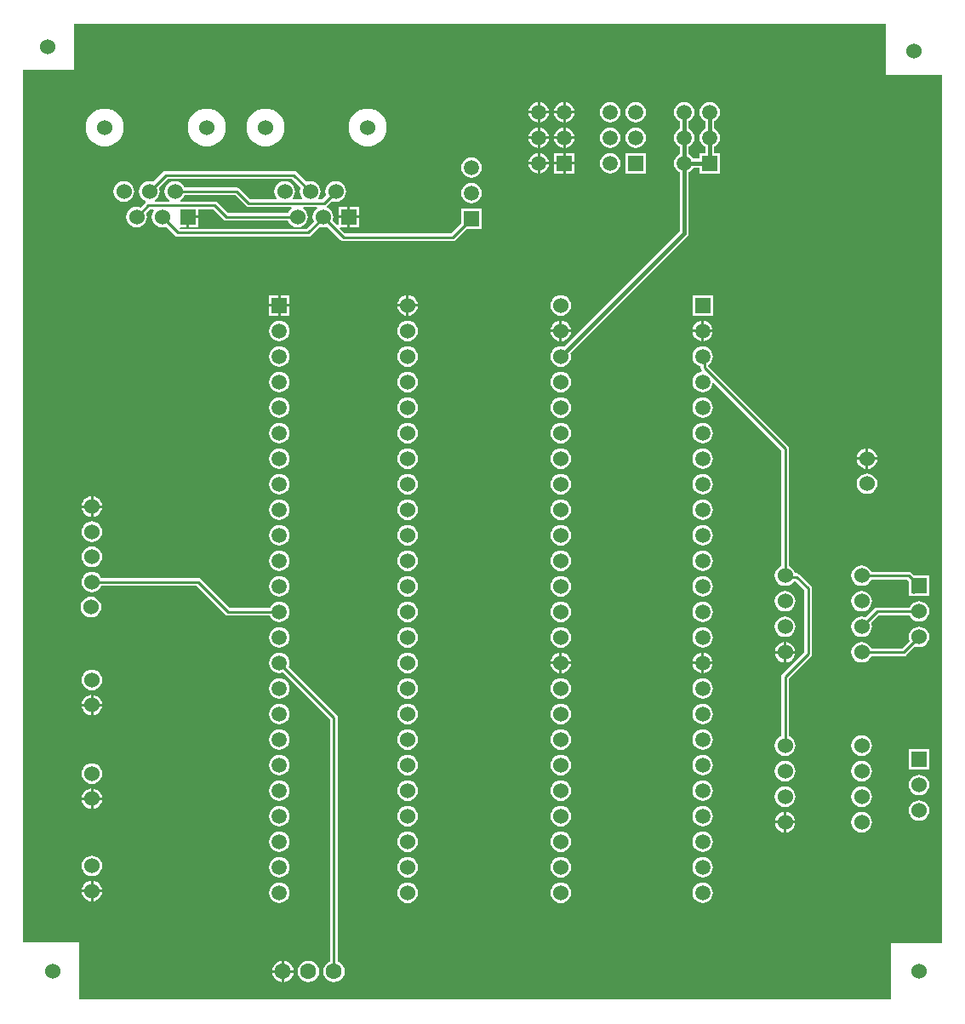
<source format=gbr>
%TF.GenerationSoftware,Altium Limited,Altium Designer,19.1.8 (144)*%
G04 Layer_Physical_Order=2*
G04 Layer_Color=16711680*
%FSLAX26Y26*%
%MOIN*%
%TF.FileFunction,Copper,L2,Bot,Signal*%
%TF.Part,Single*%
G01*
G75*
%TA.AperFunction,Conductor*%
%ADD15C,0.010000*%
%TA.AperFunction,ComponentPad*%
%ADD18C,0.060000*%
%ADD19R,0.060000X0.060000*%
%ADD20C,0.059055*%
%ADD21R,0.059055X0.059055*%
%TA.AperFunction,ViaPad*%
%ADD22C,0.060000*%
%TA.AperFunction,ComponentPad*%
%ADD23R,0.060000X0.060000*%
%ADD24C,0.062992*%
%TA.AperFunction,Conductor*%
%ADD25C,0.015000*%
G36*
X3400000Y3640000D02*
X3620000D01*
Y240000D01*
X3420000D01*
Y20000D01*
X240000D01*
X240000Y243740D01*
X20000Y243740D01*
Y3660000D01*
X220000D01*
Y3840000D01*
X3400000D01*
Y3640000D01*
D02*
G37*
%LPC*%
G36*
X2145000Y3534210D02*
Y3500000D01*
X2179210D01*
X2178510Y3505319D01*
X2174527Y3514934D01*
X2168191Y3523191D01*
X2159934Y3529527D01*
X2150319Y3533510D01*
X2145000Y3534210D01*
D02*
G37*
G36*
X2045000D02*
Y3500000D01*
X2079210D01*
X2078510Y3505319D01*
X2074527Y3514934D01*
X2068191Y3523191D01*
X2059934Y3529527D01*
X2050319Y3533510D01*
X2045000Y3534210D01*
D02*
G37*
G36*
X2135000Y3534210D02*
X2129681Y3533510D01*
X2120066Y3529527D01*
X2111809Y3523191D01*
X2105473Y3514934D01*
X2101490Y3505319D01*
X2100790Y3500000D01*
X2135000D01*
Y3534210D01*
D02*
G37*
G36*
X2035000D02*
X2029681Y3533510D01*
X2020066Y3529527D01*
X2011809Y3523191D01*
X2005473Y3514934D01*
X2001490Y3505319D01*
X2000790Y3500000D01*
X2035000D01*
Y3534210D01*
D02*
G37*
G36*
X2179210Y3490000D02*
X2145000D01*
Y3455790D01*
X2150319Y3456490D01*
X2159934Y3460473D01*
X2168191Y3466809D01*
X2174527Y3475066D01*
X2178510Y3484681D01*
X2179210Y3490000D01*
D02*
G37*
G36*
X2079210D02*
X2045000D01*
Y3455790D01*
X2050319Y3456490D01*
X2059934Y3460473D01*
X2068191Y3466809D01*
X2074527Y3475066D01*
X2078510Y3484681D01*
X2079210Y3490000D01*
D02*
G37*
G36*
X2135000D02*
X2100790D01*
X2101490Y3484681D01*
X2105473Y3475066D01*
X2111809Y3466809D01*
X2120066Y3460473D01*
X2129681Y3456490D01*
X2135000Y3455790D01*
Y3490000D01*
D02*
G37*
G36*
X2035000D02*
X2000790D01*
X2001490Y3484681D01*
X2005473Y3475066D01*
X2011809Y3466809D01*
X2020066Y3460473D01*
X2029681Y3456490D01*
X2035000Y3455790D01*
Y3490000D01*
D02*
G37*
G36*
X2420000Y3534869D02*
X2409681Y3533510D01*
X2400066Y3529527D01*
X2391809Y3523191D01*
X2385473Y3514934D01*
X2381490Y3505319D01*
X2380131Y3495000D01*
X2381490Y3484681D01*
X2385473Y3475066D01*
X2391809Y3466809D01*
X2400066Y3460473D01*
X2409681Y3456490D01*
X2420000Y3455131D01*
X2430319Y3456490D01*
X2439934Y3460473D01*
X2448191Y3466809D01*
X2454527Y3475066D01*
X2458510Y3484681D01*
X2459869Y3495000D01*
X2458510Y3505319D01*
X2454527Y3514934D01*
X2448191Y3523191D01*
X2439934Y3529527D01*
X2430319Y3533510D01*
X2420000Y3534869D01*
D02*
G37*
G36*
X2320000D02*
X2309681Y3533510D01*
X2300066Y3529527D01*
X2291809Y3523191D01*
X2285473Y3514934D01*
X2281490Y3505319D01*
X2280131Y3495000D01*
X2281490Y3484681D01*
X2285473Y3475066D01*
X2291809Y3466809D01*
X2300066Y3460473D01*
X2309681Y3456490D01*
X2320000Y3455131D01*
X2330319Y3456490D01*
X2339934Y3460473D01*
X2348191Y3466809D01*
X2354527Y3475066D01*
X2358510Y3484681D01*
X2359869Y3495000D01*
X2358510Y3505319D01*
X2354527Y3514934D01*
X2348191Y3523191D01*
X2339934Y3529527D01*
X2330319Y3533510D01*
X2320000Y3534869D01*
D02*
G37*
G36*
X2145000Y3434210D02*
Y3400000D01*
X2179210D01*
X2178510Y3405319D01*
X2174527Y3414934D01*
X2168191Y3423191D01*
X2159934Y3429527D01*
X2150319Y3433510D01*
X2145000Y3434210D01*
D02*
G37*
G36*
X2045000D02*
Y3400000D01*
X2079210D01*
X2078510Y3405319D01*
X2074527Y3414934D01*
X2068191Y3423191D01*
X2059934Y3429527D01*
X2050319Y3433510D01*
X2045000Y3434210D01*
D02*
G37*
G36*
X2135000Y3434210D02*
X2129681Y3433510D01*
X2120066Y3429527D01*
X2111809Y3423191D01*
X2105473Y3414934D01*
X2101490Y3405319D01*
X2100790Y3400000D01*
X2135000D01*
Y3434210D01*
D02*
G37*
G36*
X2035000D02*
X2029681Y3433510D01*
X2020066Y3429527D01*
X2011809Y3423191D01*
X2005473Y3414934D01*
X2001490Y3405319D01*
X2000790Y3400000D01*
X2035000D01*
Y3434210D01*
D02*
G37*
G36*
X1370000Y3509334D02*
X1355498Y3507906D01*
X1341553Y3503676D01*
X1328702Y3496807D01*
X1317438Y3487562D01*
X1308193Y3476298D01*
X1301324Y3463447D01*
X1297094Y3449502D01*
X1295666Y3435000D01*
X1297094Y3420498D01*
X1301324Y3406553D01*
X1308193Y3393702D01*
X1317438Y3382438D01*
X1328702Y3373193D01*
X1341553Y3366324D01*
X1355498Y3362094D01*
X1370000Y3360666D01*
X1384502Y3362094D01*
X1398447Y3366324D01*
X1411298Y3373193D01*
X1422562Y3382438D01*
X1431807Y3393702D01*
X1438676Y3406553D01*
X1442906Y3420498D01*
X1444334Y3435000D01*
X1442906Y3449502D01*
X1438676Y3463447D01*
X1431807Y3476298D01*
X1422562Y3487562D01*
X1411298Y3496807D01*
X1398447Y3503676D01*
X1384502Y3507906D01*
X1370000Y3509334D01*
D02*
G37*
G36*
X970000D02*
X955498Y3507906D01*
X941553Y3503676D01*
X928702Y3496807D01*
X917438Y3487562D01*
X908193Y3476298D01*
X901324Y3463447D01*
X897094Y3449502D01*
X895666Y3435000D01*
X897094Y3420498D01*
X901324Y3406553D01*
X908193Y3393702D01*
X917438Y3382438D01*
X928702Y3373193D01*
X941553Y3366324D01*
X955498Y3362094D01*
X970000Y3360666D01*
X984502Y3362094D01*
X998447Y3366324D01*
X1011298Y3373193D01*
X1022562Y3382438D01*
X1031807Y3393702D01*
X1038676Y3406553D01*
X1042906Y3420498D01*
X1044334Y3435000D01*
X1042906Y3449502D01*
X1038676Y3463447D01*
X1031807Y3476298D01*
X1022562Y3487562D01*
X1011298Y3496807D01*
X998447Y3503676D01*
X984502Y3507906D01*
X970000Y3509334D01*
D02*
G37*
G36*
X740000D02*
X725498Y3507906D01*
X711553Y3503676D01*
X698702Y3496807D01*
X687438Y3487562D01*
X678193Y3476298D01*
X671324Y3463447D01*
X667094Y3449502D01*
X665666Y3435000D01*
X667094Y3420498D01*
X671324Y3406553D01*
X678193Y3393702D01*
X687438Y3382438D01*
X698702Y3373193D01*
X711553Y3366324D01*
X725498Y3362094D01*
X740000Y3360666D01*
X754502Y3362094D01*
X768447Y3366324D01*
X781298Y3373193D01*
X792562Y3382438D01*
X801807Y3393702D01*
X808676Y3406553D01*
X812906Y3420498D01*
X814334Y3435000D01*
X812906Y3449502D01*
X808676Y3463447D01*
X801807Y3476298D01*
X792562Y3487562D01*
X781298Y3496807D01*
X768447Y3503676D01*
X754502Y3507906D01*
X740000Y3509334D01*
D02*
G37*
G36*
X340000D02*
X325498Y3507906D01*
X311553Y3503676D01*
X298702Y3496807D01*
X287438Y3487562D01*
X278193Y3476298D01*
X271324Y3463447D01*
X267094Y3449502D01*
X265666Y3435000D01*
X267094Y3420498D01*
X271324Y3406553D01*
X278193Y3393702D01*
X287438Y3382438D01*
X298702Y3373193D01*
X311553Y3366324D01*
X325498Y3362094D01*
X340000Y3360666D01*
X354502Y3362094D01*
X368447Y3366324D01*
X381298Y3373193D01*
X392562Y3382438D01*
X401807Y3393702D01*
X408676Y3406553D01*
X412906Y3420498D01*
X414334Y3435000D01*
X412906Y3449502D01*
X408676Y3463447D01*
X401807Y3476298D01*
X392562Y3487562D01*
X381298Y3496807D01*
X368447Y3503676D01*
X354502Y3507906D01*
X340000Y3509334D01*
D02*
G37*
G36*
X2179210Y3390000D02*
X2145000D01*
Y3355790D01*
X2150319Y3356490D01*
X2159934Y3360473D01*
X2168191Y3366809D01*
X2174527Y3375066D01*
X2178510Y3384681D01*
X2179210Y3390000D01*
D02*
G37*
G36*
X2079210D02*
X2045000D01*
Y3355790D01*
X2050319Y3356490D01*
X2059934Y3360473D01*
X2068191Y3366809D01*
X2074527Y3375066D01*
X2078510Y3384681D01*
X2079210Y3390000D01*
D02*
G37*
G36*
X2135000D02*
X2100790D01*
X2101490Y3384681D01*
X2105473Y3375066D01*
X2111809Y3366809D01*
X2120066Y3360473D01*
X2129681Y3356490D01*
X2135000Y3355790D01*
Y3390000D01*
D02*
G37*
G36*
X2035000D02*
X2000790D01*
X2001490Y3384681D01*
X2005473Y3375066D01*
X2011809Y3366809D01*
X2020066Y3360473D01*
X2029681Y3356490D01*
X2035000Y3355790D01*
Y3390000D01*
D02*
G37*
G36*
X2420000Y3434869D02*
X2409681Y3433510D01*
X2400066Y3429527D01*
X2391809Y3423191D01*
X2385473Y3414934D01*
X2381490Y3405319D01*
X2380131Y3395000D01*
X2381490Y3384681D01*
X2385473Y3375066D01*
X2391809Y3366809D01*
X2400066Y3360473D01*
X2409681Y3356490D01*
X2420000Y3355131D01*
X2430319Y3356490D01*
X2439934Y3360473D01*
X2448191Y3366809D01*
X2454527Y3375066D01*
X2458510Y3384681D01*
X2459869Y3395000D01*
X2458510Y3405319D01*
X2454527Y3414934D01*
X2448191Y3423191D01*
X2439934Y3429527D01*
X2430319Y3433510D01*
X2420000Y3434869D01*
D02*
G37*
G36*
X2320000D02*
X2309681Y3433510D01*
X2300066Y3429527D01*
X2291809Y3423191D01*
X2285473Y3414934D01*
X2281490Y3405319D01*
X2280131Y3395000D01*
X2281490Y3384681D01*
X2285473Y3375066D01*
X2291809Y3366809D01*
X2300066Y3360473D01*
X2309681Y3356490D01*
X2320000Y3355131D01*
X2330319Y3356490D01*
X2339934Y3360473D01*
X2348191Y3366809D01*
X2354527Y3375066D01*
X2358510Y3384681D01*
X2359869Y3395000D01*
X2358510Y3405319D01*
X2354527Y3414934D01*
X2348191Y3423191D01*
X2339934Y3429527D01*
X2330319Y3433510D01*
X2320000Y3434869D01*
D02*
G37*
G36*
X2710000Y3534869D02*
X2699681Y3533510D01*
X2690066Y3529527D01*
X2681809Y3523191D01*
X2675473Y3514934D01*
X2671490Y3505319D01*
X2670131Y3495000D01*
X2671490Y3484681D01*
X2675473Y3475066D01*
X2681809Y3466809D01*
X2690066Y3460473D01*
X2692157Y3459606D01*
Y3430394D01*
X2690066Y3429527D01*
X2681809Y3423191D01*
X2675473Y3414934D01*
X2671490Y3405319D01*
X2670131Y3395000D01*
X2671490Y3384681D01*
X2675473Y3375066D01*
X2681809Y3366809D01*
X2690066Y3360473D01*
X2692157Y3359606D01*
Y3334528D01*
X2670472D01*
Y3312843D01*
X2645394D01*
X2644527Y3314934D01*
X2638191Y3323191D01*
X2629934Y3329527D01*
X2627843Y3330394D01*
Y3359606D01*
X2629934Y3360473D01*
X2638191Y3366809D01*
X2644527Y3375066D01*
X2648510Y3384681D01*
X2649869Y3395000D01*
X2648510Y3405319D01*
X2644527Y3414934D01*
X2638191Y3423191D01*
X2629934Y3429527D01*
X2627843Y3430394D01*
Y3459606D01*
X2629934Y3460473D01*
X2638191Y3466809D01*
X2644527Y3475066D01*
X2648510Y3484681D01*
X2649869Y3495000D01*
X2648510Y3505319D01*
X2644527Y3514934D01*
X2638191Y3523191D01*
X2629934Y3529527D01*
X2620319Y3533510D01*
X2610000Y3534869D01*
X2599681Y3533510D01*
X2590066Y3529527D01*
X2581809Y3523191D01*
X2575473Y3514934D01*
X2571490Y3505319D01*
X2570131Y3495000D01*
X2571490Y3484681D01*
X2575473Y3475066D01*
X2581809Y3466809D01*
X2590066Y3460473D01*
X2592157Y3459606D01*
Y3430394D01*
X2590066Y3429527D01*
X2581809Y3423191D01*
X2575473Y3414934D01*
X2571490Y3405319D01*
X2570131Y3395000D01*
X2571490Y3384681D01*
X2575473Y3375066D01*
X2581809Y3366809D01*
X2590066Y3360473D01*
X2592157Y3359606D01*
Y3330394D01*
X2590066Y3329527D01*
X2581809Y3323191D01*
X2575473Y3314934D01*
X2571490Y3305319D01*
X2570131Y3295000D01*
X2571490Y3284681D01*
X2575473Y3275066D01*
X2581809Y3266809D01*
X2590066Y3260473D01*
X2592157Y3259606D01*
Y3029186D01*
X2139386Y2576415D01*
X2137056Y2577380D01*
X2126614Y2578755D01*
X2116172Y2577380D01*
X2106442Y2573349D01*
X2098086Y2566938D01*
X2091674Y2558582D01*
X2087644Y2548852D01*
X2086269Y2538410D01*
X2087644Y2527967D01*
X2091674Y2518237D01*
X2098086Y2509881D01*
X2106442Y2503470D01*
X2116172Y2499439D01*
X2126614Y2498064D01*
X2137056Y2499439D01*
X2146787Y2503470D01*
X2155143Y2509881D01*
X2161554Y2518237D01*
X2165585Y2527967D01*
X2166959Y2538410D01*
X2165585Y2548852D01*
X2164620Y2551181D01*
X2622617Y3009178D01*
X2622617Y3009178D01*
X2626485Y3014967D01*
X2627843Y3021795D01*
X2627843Y3021796D01*
Y3259606D01*
X2629934Y3260473D01*
X2638191Y3266809D01*
X2644527Y3275066D01*
X2645394Y3277157D01*
X2670472D01*
Y3255472D01*
X2749528D01*
Y3334528D01*
X2727843D01*
Y3359606D01*
X2729934Y3360473D01*
X2738191Y3366809D01*
X2744527Y3375066D01*
X2748510Y3384681D01*
X2749869Y3395000D01*
X2748510Y3405319D01*
X2744527Y3414934D01*
X2738191Y3423191D01*
X2729934Y3429527D01*
X2727843Y3430394D01*
Y3459606D01*
X2729934Y3460473D01*
X2738191Y3466809D01*
X2744527Y3475066D01*
X2748510Y3484681D01*
X2749869Y3495000D01*
X2748510Y3505319D01*
X2744527Y3514934D01*
X2738191Y3523191D01*
X2729934Y3529527D01*
X2720319Y3533510D01*
X2710000Y3534869D01*
D02*
G37*
G36*
X2179528Y3334528D02*
X2145000D01*
Y3300000D01*
X2179528D01*
Y3334528D01*
D02*
G37*
G36*
X2045000Y3334210D02*
Y3300000D01*
X2079210D01*
X2078510Y3305319D01*
X2074527Y3314934D01*
X2068191Y3323191D01*
X2059934Y3329527D01*
X2050319Y3333510D01*
X2045000Y3334210D01*
D02*
G37*
G36*
X2035000Y3334210D02*
X2029681Y3333510D01*
X2020066Y3329527D01*
X2011809Y3323191D01*
X2005473Y3314934D01*
X2001490Y3305319D01*
X2000790Y3300000D01*
X2035000D01*
Y3334210D01*
D02*
G37*
G36*
X2135000Y3334528D02*
X2100472D01*
Y3300000D01*
X2135000D01*
Y3334528D01*
D02*
G37*
G36*
X2079210Y3290000D02*
X2045000D01*
Y3255790D01*
X2050319Y3256490D01*
X2059934Y3260473D01*
X2068191Y3266809D01*
X2074527Y3275066D01*
X2078510Y3284681D01*
X2079210Y3290000D01*
D02*
G37*
G36*
X2035000D02*
X2000790D01*
X2001490Y3284681D01*
X2005473Y3275066D01*
X2011809Y3266809D01*
X2020066Y3260473D01*
X2029681Y3256490D01*
X2035000Y3255790D01*
Y3290000D01*
D02*
G37*
G36*
X2459528Y3334528D02*
X2380472D01*
Y3255472D01*
X2459528D01*
Y3334528D01*
D02*
G37*
G36*
X2179528Y3290000D02*
X2145000D01*
Y3255472D01*
X2179528D01*
Y3290000D01*
D02*
G37*
G36*
X2135000D02*
X2100472D01*
Y3255472D01*
X2135000D01*
Y3290000D01*
D02*
G37*
G36*
X2320000Y3334869D02*
X2309681Y3333510D01*
X2300066Y3329527D01*
X2291809Y3323191D01*
X2285473Y3314934D01*
X2281490Y3305319D01*
X2280131Y3295000D01*
X2281490Y3284681D01*
X2285473Y3275066D01*
X2291809Y3266809D01*
X2300066Y3260473D01*
X2309681Y3256490D01*
X2320000Y3255131D01*
X2330319Y3256490D01*
X2339934Y3260473D01*
X2348191Y3266809D01*
X2354527Y3275066D01*
X2358510Y3284681D01*
X2359869Y3295000D01*
X2358510Y3305319D01*
X2354527Y3314934D01*
X2348191Y3323191D01*
X2339934Y3329527D01*
X2330319Y3333510D01*
X2320000Y3334869D01*
D02*
G37*
G36*
X1776614Y3318276D02*
X1766295Y3316918D01*
X1756680Y3312935D01*
X1748423Y3306599D01*
X1742087Y3298342D01*
X1738104Y3288726D01*
X1736746Y3278408D01*
X1738104Y3268089D01*
X1742087Y3258473D01*
X1748423Y3250216D01*
X1756680Y3243880D01*
X1766295Y3239898D01*
X1776614Y3238539D01*
X1786933Y3239898D01*
X1796549Y3243880D01*
X1804806Y3250216D01*
X1811141Y3258473D01*
X1815124Y3268089D01*
X1816483Y3278408D01*
X1815124Y3288726D01*
X1811141Y3298342D01*
X1804806Y3306599D01*
X1796549Y3312935D01*
X1786933Y3316918D01*
X1776614Y3318276D01*
D02*
G37*
G36*
X1081000Y3264294D02*
X579000D01*
X573147Y3263130D01*
X568186Y3259814D01*
X530321Y3221950D01*
X525442Y3223970D01*
X515000Y3225345D01*
X504558Y3223970D01*
X494827Y3219940D01*
X486472Y3213528D01*
X480060Y3205173D01*
X476029Y3195442D01*
X474655Y3185000D01*
X476029Y3174558D01*
X480060Y3164827D01*
X486472Y3156472D01*
X494827Y3150060D01*
X500504Y3147709D01*
X501060Y3142066D01*
X499186Y3140814D01*
X480321Y3121950D01*
X475442Y3123970D01*
X465000Y3125345D01*
X454558Y3123970D01*
X444827Y3119940D01*
X436472Y3113528D01*
X430060Y3105173D01*
X426029Y3095442D01*
X424655Y3085000D01*
X426029Y3074558D01*
X430060Y3064827D01*
X436472Y3056472D01*
X444827Y3050060D01*
X454558Y3046030D01*
X465000Y3044655D01*
X475442Y3046030D01*
X485173Y3050060D01*
X493528Y3056472D01*
X499940Y3064827D01*
X503971Y3074558D01*
X505345Y3085000D01*
X503971Y3095442D01*
X501950Y3100321D01*
X516335Y3114706D01*
X531073D01*
X533539Y3109706D01*
X530060Y3105173D01*
X526029Y3095442D01*
X524655Y3085000D01*
X526029Y3074558D01*
X530060Y3064827D01*
X536472Y3056472D01*
X544827Y3050060D01*
X554558Y3046030D01*
X565000Y3044655D01*
X575442Y3046030D01*
X580321Y3048050D01*
X616186Y3012186D01*
X621147Y3008870D01*
X627000Y3007706D01*
X1136000D01*
X1141853Y3008870D01*
X1146814Y3012186D01*
X1181801Y3047172D01*
X1184558Y3046030D01*
X1195000Y3044655D01*
X1205442Y3046030D01*
X1210321Y3048050D01*
X1264186Y2994186D01*
X1269147Y2990870D01*
X1275000Y2989706D01*
X1703207D01*
X1709059Y2990870D01*
X1714021Y2994186D01*
X1758716Y3038880D01*
X1816142D01*
Y3117935D01*
X1737087D01*
Y3060509D01*
X1696872Y3020294D01*
X1281335D01*
X1261248Y3040381D01*
X1263162Y3045000D01*
X1290000D01*
Y3080001D01*
X1255000D01*
Y3053162D01*
X1250381Y3051248D01*
X1231950Y3069679D01*
X1233970Y3074558D01*
X1235345Y3085000D01*
X1233970Y3095442D01*
X1229940Y3105173D01*
X1223528Y3113528D01*
X1215173Y3119940D01*
X1209803Y3122164D01*
X1209247Y3127807D01*
X1209814Y3128186D01*
X1229679Y3148050D01*
X1234558Y3146030D01*
X1245000Y3144655D01*
X1255442Y3146030D01*
X1265173Y3150060D01*
X1273528Y3156472D01*
X1279940Y3164827D01*
X1283970Y3174558D01*
X1285345Y3185000D01*
X1283970Y3195442D01*
X1279940Y3205173D01*
X1273528Y3213528D01*
X1265173Y3219940D01*
X1255442Y3223970D01*
X1245000Y3225345D01*
X1234558Y3223970D01*
X1224827Y3219940D01*
X1216472Y3213528D01*
X1210060Y3205173D01*
X1206030Y3195442D01*
X1204655Y3185000D01*
X1206030Y3174558D01*
X1208050Y3169679D01*
X1192665Y3154294D01*
X1178160D01*
X1175694Y3159294D01*
X1179940Y3164827D01*
X1183970Y3174558D01*
X1185345Y3185000D01*
X1183970Y3195442D01*
X1179940Y3205173D01*
X1173528Y3213528D01*
X1165173Y3219940D01*
X1155442Y3223970D01*
X1145000Y3225345D01*
X1134558Y3223970D01*
X1129679Y3221950D01*
X1091814Y3259814D01*
X1086853Y3263130D01*
X1081000Y3264294D01*
D02*
G37*
G36*
X415000Y3225345D02*
X404558Y3223970D01*
X394827Y3219940D01*
X386472Y3213528D01*
X380060Y3205173D01*
X376029Y3195442D01*
X374655Y3185000D01*
X376029Y3174558D01*
X380060Y3164827D01*
X386472Y3156472D01*
X394827Y3150060D01*
X404558Y3146030D01*
X415000Y3144655D01*
X425442Y3146030D01*
X435173Y3150060D01*
X443528Y3156472D01*
X449940Y3164827D01*
X453971Y3174558D01*
X455345Y3185000D01*
X453971Y3195442D01*
X449940Y3205173D01*
X443528Y3213528D01*
X435173Y3219940D01*
X425442Y3223970D01*
X415000Y3225345D01*
D02*
G37*
G36*
X1776614Y3218276D02*
X1766295Y3216918D01*
X1756680Y3212935D01*
X1748423Y3206599D01*
X1742087Y3198342D01*
X1738104Y3188726D01*
X1736746Y3178408D01*
X1738104Y3168089D01*
X1742087Y3158473D01*
X1748423Y3150216D01*
X1756680Y3143880D01*
X1766295Y3139898D01*
X1776614Y3138539D01*
X1786933Y3139898D01*
X1796549Y3143880D01*
X1804806Y3150216D01*
X1811141Y3158473D01*
X1815124Y3168089D01*
X1816483Y3178408D01*
X1815124Y3188726D01*
X1811141Y3198342D01*
X1804806Y3206599D01*
X1796549Y3212935D01*
X1786933Y3216918D01*
X1776614Y3218276D01*
D02*
G37*
G36*
X1335000Y3125000D02*
X1300000D01*
Y3090001D01*
X1335000D01*
Y3125000D01*
D02*
G37*
G36*
X1290000D02*
X1255000D01*
Y3090001D01*
X1290000D01*
Y3125000D01*
D02*
G37*
G36*
X1335000Y3080001D02*
X1300000D01*
Y3045000D01*
X1335000D01*
Y3080001D01*
D02*
G37*
G36*
X1531614Y2778097D02*
Y2743410D01*
X1566301D01*
X1565585Y2748852D01*
X1561554Y2758582D01*
X1555143Y2766938D01*
X1546787Y2773349D01*
X1537056Y2777380D01*
X1531614Y2778097D01*
D02*
G37*
G36*
X1521614D02*
X1516172Y2777380D01*
X1506442Y2773349D01*
X1498086Y2766938D01*
X1491674Y2758582D01*
X1487644Y2748852D01*
X1486927Y2743410D01*
X1521614D01*
Y2778097D01*
D02*
G37*
G36*
X1063780Y2777937D02*
X1029252D01*
Y2743409D01*
X1063780D01*
Y2777937D01*
D02*
G37*
G36*
X1019252D02*
X984725D01*
Y2743409D01*
X1019252D01*
Y2777937D01*
D02*
G37*
G36*
X2721653D02*
X2642599D01*
Y2698882D01*
X2721653D01*
Y2777937D01*
D02*
G37*
G36*
X1063780Y2733409D02*
X1029252D01*
Y2698882D01*
X1063780D01*
Y2733409D01*
D02*
G37*
G36*
X1019252D02*
X984725D01*
Y2698882D01*
X1019252D01*
Y2733409D01*
D02*
G37*
G36*
X1566301Y2733410D02*
X1531614D01*
Y2698722D01*
X1537056Y2699439D01*
X1546787Y2703470D01*
X1555143Y2709881D01*
X1561554Y2718237D01*
X1565585Y2727967D01*
X1566301Y2733410D01*
D02*
G37*
G36*
X1521614D02*
X1486927D01*
X1487644Y2727967D01*
X1491674Y2718237D01*
X1498086Y2709881D01*
X1506442Y2703470D01*
X1516172Y2699439D01*
X1521614Y2698722D01*
Y2733410D01*
D02*
G37*
G36*
X2126614Y2778755D02*
X2116172Y2777380D01*
X2106442Y2773349D01*
X2098086Y2766938D01*
X2091674Y2758582D01*
X2087644Y2748852D01*
X2086269Y2738410D01*
X2087644Y2727967D01*
X2091674Y2718237D01*
X2098086Y2709881D01*
X2106442Y2703470D01*
X2116172Y2699439D01*
X2126614Y2698064D01*
X2137056Y2699439D01*
X2146787Y2703470D01*
X2155143Y2709881D01*
X2161554Y2718237D01*
X2165585Y2727967D01*
X2166959Y2738410D01*
X2165585Y2748852D01*
X2161554Y2758582D01*
X2155143Y2766938D01*
X2146787Y2773349D01*
X2137056Y2777380D01*
X2126614Y2778755D01*
D02*
G37*
G36*
X2131614Y2678097D02*
Y2643410D01*
X2166301D01*
X2165585Y2648852D01*
X2161554Y2658582D01*
X2155143Y2666938D01*
X2146787Y2673349D01*
X2137056Y2677380D01*
X2131614Y2678097D01*
D02*
G37*
G36*
X2121614D02*
X2116172Y2677380D01*
X2106442Y2673349D01*
X2098086Y2666938D01*
X2091674Y2658582D01*
X2087644Y2648852D01*
X2086927Y2643410D01*
X2121614D01*
Y2678097D01*
D02*
G37*
G36*
X2687126Y2677620D02*
Y2643409D01*
X2721336D01*
X2720636Y2648728D01*
X2716653Y2658344D01*
X2710317Y2666601D01*
X2702060Y2672937D01*
X2692445Y2676920D01*
X2687126Y2677620D01*
D02*
G37*
G36*
X2677126D02*
X2671807Y2676920D01*
X2662192Y2672937D01*
X2653935Y2666601D01*
X2647599Y2658344D01*
X2643616Y2648728D01*
X2642916Y2643409D01*
X2677126D01*
Y2677620D01*
D02*
G37*
G36*
Y2633409D02*
X2642916D01*
X2643616Y2628091D01*
X2647599Y2618475D01*
X2653935Y2610218D01*
X2662192Y2603882D01*
X2671807Y2599899D01*
X2677126Y2599199D01*
Y2633409D01*
D02*
G37*
G36*
X2721336D02*
X2687126D01*
Y2599199D01*
X2692445Y2599899D01*
X2702060Y2603882D01*
X2710317Y2610218D01*
X2716653Y2618475D01*
X2720636Y2628091D01*
X2721336Y2633409D01*
D02*
G37*
G36*
X2166301Y2633410D02*
X2131614D01*
Y2598722D01*
X2137056Y2599439D01*
X2146787Y2603470D01*
X2155143Y2609881D01*
X2161554Y2618237D01*
X2165585Y2627967D01*
X2166301Y2633410D01*
D02*
G37*
G36*
X2121614D02*
X2086927D01*
X2087644Y2627967D01*
X2091674Y2618237D01*
X2098086Y2609881D01*
X2106442Y2603470D01*
X2116172Y2599439D01*
X2121614Y2598722D01*
Y2633410D01*
D02*
G37*
G36*
X1024252Y2678278D02*
X1013933Y2676920D01*
X1004318Y2672937D01*
X996061Y2666601D01*
X989725Y2658344D01*
X985742Y2648728D01*
X984383Y2638410D01*
X985742Y2628091D01*
X989725Y2618475D01*
X996061Y2610218D01*
X1004318Y2603882D01*
X1013933Y2599899D01*
X1024252Y2598541D01*
X1034571Y2599899D01*
X1044186Y2603882D01*
X1052443Y2610218D01*
X1058779Y2618475D01*
X1062762Y2628091D01*
X1064121Y2638410D01*
X1062762Y2648728D01*
X1058779Y2658344D01*
X1052443Y2666601D01*
X1044186Y2672937D01*
X1034571Y2676920D01*
X1024252Y2678278D01*
D02*
G37*
G36*
X1526614Y2678755D02*
X1516172Y2677380D01*
X1506442Y2673349D01*
X1498086Y2666938D01*
X1491674Y2658582D01*
X1487644Y2648852D01*
X1486269Y2638410D01*
X1487644Y2627967D01*
X1491674Y2618237D01*
X1498086Y2609881D01*
X1506442Y2603470D01*
X1516172Y2599439D01*
X1526614Y2598064D01*
X1537056Y2599439D01*
X1546787Y2603470D01*
X1555143Y2609881D01*
X1561554Y2618237D01*
X1565585Y2627967D01*
X1566959Y2638410D01*
X1565585Y2648852D01*
X1561554Y2658582D01*
X1555143Y2666938D01*
X1546787Y2673349D01*
X1537056Y2677380D01*
X1526614Y2678755D01*
D02*
G37*
G36*
X1024252Y2578278D02*
X1013933Y2576920D01*
X1004318Y2572937D01*
X996061Y2566601D01*
X989725Y2558344D01*
X985742Y2548728D01*
X984383Y2538410D01*
X985742Y2528091D01*
X989725Y2518475D01*
X996061Y2510218D01*
X1004318Y2503882D01*
X1013933Y2499899D01*
X1024252Y2498541D01*
X1034571Y2499899D01*
X1044186Y2503882D01*
X1052443Y2510218D01*
X1058779Y2518475D01*
X1062762Y2528091D01*
X1064121Y2538410D01*
X1062762Y2548728D01*
X1058779Y2558344D01*
X1052443Y2566601D01*
X1044186Y2572937D01*
X1034571Y2576920D01*
X1024252Y2578278D01*
D02*
G37*
G36*
X1526614Y2578755D02*
X1516172Y2577380D01*
X1506442Y2573349D01*
X1498086Y2566938D01*
X1491674Y2558582D01*
X1487644Y2548852D01*
X1486269Y2538410D01*
X1487644Y2527967D01*
X1491674Y2518237D01*
X1498086Y2509881D01*
X1506442Y2503470D01*
X1516172Y2499439D01*
X1526614Y2498064D01*
X1537056Y2499439D01*
X1546787Y2503470D01*
X1555143Y2509881D01*
X1561554Y2518237D01*
X1565585Y2527967D01*
X1566959Y2538410D01*
X1565585Y2548852D01*
X1561554Y2558582D01*
X1555143Y2566938D01*
X1546787Y2573349D01*
X1537056Y2577380D01*
X1526614Y2578755D01*
D02*
G37*
G36*
X1024252Y2478278D02*
X1013933Y2476920D01*
X1004318Y2472937D01*
X996061Y2466601D01*
X989725Y2458344D01*
X985742Y2448728D01*
X984383Y2438410D01*
X985742Y2428091D01*
X989725Y2418475D01*
X996061Y2410218D01*
X1004318Y2403882D01*
X1013933Y2399899D01*
X1024252Y2398541D01*
X1034571Y2399899D01*
X1044186Y2403882D01*
X1052443Y2410218D01*
X1058779Y2418475D01*
X1062762Y2428091D01*
X1064121Y2438410D01*
X1062762Y2448728D01*
X1058779Y2458344D01*
X1052443Y2466601D01*
X1044186Y2472937D01*
X1034571Y2476920D01*
X1024252Y2478278D01*
D02*
G37*
G36*
X2126614Y2478755D02*
X2116172Y2477380D01*
X2106442Y2473349D01*
X2098086Y2466938D01*
X2091674Y2458582D01*
X2087644Y2448852D01*
X2086269Y2438410D01*
X2087644Y2427967D01*
X2091674Y2418237D01*
X2098086Y2409881D01*
X2106442Y2403470D01*
X2116172Y2399439D01*
X2126614Y2398064D01*
X2137056Y2399439D01*
X2146787Y2403470D01*
X2155143Y2409881D01*
X2161554Y2418237D01*
X2165585Y2427967D01*
X2166959Y2438410D01*
X2165585Y2448852D01*
X2161554Y2458582D01*
X2155143Y2466938D01*
X2146787Y2473349D01*
X2137056Y2477380D01*
X2126614Y2478755D01*
D02*
G37*
G36*
X1526614D02*
X1516172Y2477380D01*
X1506442Y2473349D01*
X1498086Y2466938D01*
X1491674Y2458582D01*
X1487644Y2448852D01*
X1486269Y2438410D01*
X1487644Y2427967D01*
X1491674Y2418237D01*
X1498086Y2409881D01*
X1506442Y2403470D01*
X1516172Y2399439D01*
X1526614Y2398064D01*
X1537056Y2399439D01*
X1546787Y2403470D01*
X1555143Y2409881D01*
X1561554Y2418237D01*
X1565585Y2427967D01*
X1566959Y2438410D01*
X1565585Y2448852D01*
X1561554Y2458582D01*
X1555143Y2466938D01*
X1546787Y2473349D01*
X1537056Y2477380D01*
X1526614Y2478755D01*
D02*
G37*
G36*
X2682126Y2378278D02*
X2671807Y2376920D01*
X2662192Y2372937D01*
X2653935Y2366601D01*
X2647599Y2358344D01*
X2643616Y2348728D01*
X2642257Y2338410D01*
X2643616Y2328091D01*
X2647599Y2318475D01*
X2653935Y2310218D01*
X2662192Y2303882D01*
X2671807Y2299899D01*
X2682126Y2298541D01*
X2692445Y2299899D01*
X2702060Y2303882D01*
X2710317Y2310218D01*
X2716653Y2318475D01*
X2720636Y2328091D01*
X2721995Y2338410D01*
X2720636Y2348728D01*
X2716653Y2358344D01*
X2710317Y2366601D01*
X2702060Y2372937D01*
X2692445Y2376920D01*
X2682126Y2378278D01*
D02*
G37*
G36*
X1024252D02*
X1013933Y2376920D01*
X1004318Y2372937D01*
X996061Y2366601D01*
X989725Y2358344D01*
X985742Y2348728D01*
X984383Y2338410D01*
X985742Y2328091D01*
X989725Y2318475D01*
X996061Y2310218D01*
X1004318Y2303882D01*
X1013933Y2299899D01*
X1024252Y2298541D01*
X1034571Y2299899D01*
X1044186Y2303882D01*
X1052443Y2310218D01*
X1058779Y2318475D01*
X1062762Y2328091D01*
X1064121Y2338410D01*
X1062762Y2348728D01*
X1058779Y2358344D01*
X1052443Y2366601D01*
X1044186Y2372937D01*
X1034571Y2376920D01*
X1024252Y2378278D01*
D02*
G37*
G36*
X2126614Y2378755D02*
X2116172Y2377380D01*
X2106442Y2373349D01*
X2098086Y2366938D01*
X2091674Y2358582D01*
X2087644Y2348852D01*
X2086269Y2338410D01*
X2087644Y2327967D01*
X2091674Y2318237D01*
X2098086Y2309881D01*
X2106442Y2303470D01*
X2116172Y2299439D01*
X2126614Y2298064D01*
X2137056Y2299439D01*
X2146787Y2303470D01*
X2155143Y2309881D01*
X2161554Y2318237D01*
X2165585Y2327967D01*
X2166959Y2338410D01*
X2165585Y2348852D01*
X2161554Y2358582D01*
X2155143Y2366938D01*
X2146787Y2373349D01*
X2137056Y2377380D01*
X2126614Y2378755D01*
D02*
G37*
G36*
X1526614D02*
X1516172Y2377380D01*
X1506442Y2373349D01*
X1498086Y2366938D01*
X1491674Y2358582D01*
X1487644Y2348852D01*
X1486269Y2338410D01*
X1487644Y2327967D01*
X1491674Y2318237D01*
X1498086Y2309881D01*
X1506442Y2303470D01*
X1516172Y2299439D01*
X1526614Y2298064D01*
X1537056Y2299439D01*
X1546787Y2303470D01*
X1555143Y2309881D01*
X1561554Y2318237D01*
X1565585Y2327967D01*
X1566959Y2338410D01*
X1565585Y2348852D01*
X1561554Y2358582D01*
X1555143Y2366938D01*
X1546787Y2373349D01*
X1537056Y2377380D01*
X1526614Y2378755D01*
D02*
G37*
G36*
X2682126Y2278278D02*
X2671807Y2276920D01*
X2662192Y2272937D01*
X2653935Y2266601D01*
X2647599Y2258344D01*
X2643616Y2248728D01*
X2642257Y2238410D01*
X2643616Y2228091D01*
X2647599Y2218475D01*
X2653935Y2210218D01*
X2662192Y2203882D01*
X2671807Y2199899D01*
X2682126Y2198541D01*
X2692445Y2199899D01*
X2702060Y2203882D01*
X2710317Y2210218D01*
X2716653Y2218475D01*
X2720636Y2228091D01*
X2721995Y2238410D01*
X2720636Y2248728D01*
X2716653Y2258344D01*
X2710317Y2266601D01*
X2702060Y2272937D01*
X2692445Y2276920D01*
X2682126Y2278278D01*
D02*
G37*
G36*
X1024252D02*
X1013933Y2276920D01*
X1004318Y2272937D01*
X996061Y2266601D01*
X989725Y2258344D01*
X985742Y2248728D01*
X984383Y2238410D01*
X985742Y2228091D01*
X989725Y2218475D01*
X996061Y2210218D01*
X1004318Y2203882D01*
X1013933Y2199899D01*
X1024252Y2198541D01*
X1034571Y2199899D01*
X1044186Y2203882D01*
X1052443Y2210218D01*
X1058779Y2218475D01*
X1062762Y2228091D01*
X1064121Y2238410D01*
X1062762Y2248728D01*
X1058779Y2258344D01*
X1052443Y2266601D01*
X1044186Y2272937D01*
X1034571Y2276920D01*
X1024252Y2278278D01*
D02*
G37*
G36*
X2126614Y2278755D02*
X2116172Y2277380D01*
X2106442Y2273349D01*
X2098086Y2266938D01*
X2091674Y2258582D01*
X2087644Y2248852D01*
X2086269Y2238410D01*
X2087644Y2227967D01*
X2091674Y2218237D01*
X2098086Y2209881D01*
X2106442Y2203470D01*
X2116172Y2199439D01*
X2126614Y2198064D01*
X2137056Y2199439D01*
X2146787Y2203470D01*
X2155143Y2209881D01*
X2161554Y2218237D01*
X2165585Y2227967D01*
X2166959Y2238410D01*
X2165585Y2248852D01*
X2161554Y2258582D01*
X2155143Y2266938D01*
X2146787Y2273349D01*
X2137056Y2277380D01*
X2126614Y2278755D01*
D02*
G37*
G36*
X1526614D02*
X1516172Y2277380D01*
X1506442Y2273349D01*
X1498086Y2266938D01*
X1491674Y2258582D01*
X1487644Y2248852D01*
X1486269Y2238410D01*
X1487644Y2227967D01*
X1491674Y2218237D01*
X1498086Y2209881D01*
X1506442Y2203470D01*
X1516172Y2199439D01*
X1526614Y2198064D01*
X1537056Y2199439D01*
X1546787Y2203470D01*
X1555143Y2209881D01*
X1561554Y2218237D01*
X1565585Y2227967D01*
X1566959Y2238410D01*
X1565585Y2248852D01*
X1561554Y2258582D01*
X1555143Y2266938D01*
X1546787Y2273349D01*
X1537056Y2277380D01*
X1526614Y2278755D01*
D02*
G37*
G36*
X3331023Y2178097D02*
Y2143410D01*
X3365711D01*
X3364994Y2148852D01*
X3360963Y2158582D01*
X3354552Y2166938D01*
X3346196Y2173349D01*
X3336466Y2177380D01*
X3331023Y2178097D01*
D02*
G37*
G36*
X3321023D02*
X3315581Y2177380D01*
X3305851Y2173349D01*
X3297495Y2166938D01*
X3291084Y2158582D01*
X3287053Y2148852D01*
X3286336Y2143410D01*
X3321023D01*
Y2178097D01*
D02*
G37*
G36*
X3365711Y2133410D02*
X3331023D01*
Y2098722D01*
X3336466Y2099439D01*
X3346196Y2103470D01*
X3354552Y2109881D01*
X3360963Y2118237D01*
X3364994Y2127967D01*
X3365711Y2133410D01*
D02*
G37*
G36*
X3321023D02*
X3286336D01*
X3287053Y2127967D01*
X3291084Y2118237D01*
X3297495Y2109881D01*
X3305851Y2103470D01*
X3315581Y2099439D01*
X3321023Y2098722D01*
Y2133410D01*
D02*
G37*
G36*
X2682126Y2178278D02*
X2671807Y2176920D01*
X2662192Y2172937D01*
X2653935Y2166601D01*
X2647599Y2158344D01*
X2643616Y2148728D01*
X2642257Y2138410D01*
X2643616Y2128091D01*
X2647599Y2118475D01*
X2653935Y2110218D01*
X2662192Y2103882D01*
X2671807Y2099899D01*
X2682126Y2098541D01*
X2692445Y2099899D01*
X2702060Y2103882D01*
X2710317Y2110218D01*
X2716653Y2118475D01*
X2720636Y2128091D01*
X2721995Y2138410D01*
X2720636Y2148728D01*
X2716653Y2158344D01*
X2710317Y2166601D01*
X2702060Y2172937D01*
X2692445Y2176920D01*
X2682126Y2178278D01*
D02*
G37*
G36*
X1024252D02*
X1013933Y2176920D01*
X1004318Y2172937D01*
X996061Y2166601D01*
X989725Y2158344D01*
X985742Y2148728D01*
X984383Y2138410D01*
X985742Y2128091D01*
X989725Y2118475D01*
X996061Y2110218D01*
X1004318Y2103882D01*
X1013933Y2099899D01*
X1024252Y2098541D01*
X1034571Y2099899D01*
X1044186Y2103882D01*
X1052443Y2110218D01*
X1058779Y2118475D01*
X1062762Y2128091D01*
X1064121Y2138410D01*
X1062762Y2148728D01*
X1058779Y2158344D01*
X1052443Y2166601D01*
X1044186Y2172937D01*
X1034571Y2176920D01*
X1024252Y2178278D01*
D02*
G37*
G36*
X2126614Y2178755D02*
X2116172Y2177380D01*
X2106442Y2173349D01*
X2098086Y2166938D01*
X2091674Y2158582D01*
X2087644Y2148852D01*
X2086269Y2138410D01*
X2087644Y2127967D01*
X2091674Y2118237D01*
X2098086Y2109881D01*
X2106442Y2103470D01*
X2116172Y2099439D01*
X2126614Y2098064D01*
X2137056Y2099439D01*
X2146787Y2103470D01*
X2155143Y2109881D01*
X2161554Y2118237D01*
X2165585Y2127967D01*
X2166959Y2138410D01*
X2165585Y2148852D01*
X2161554Y2158582D01*
X2155143Y2166938D01*
X2146787Y2173349D01*
X2137056Y2177380D01*
X2126614Y2178755D01*
D02*
G37*
G36*
X1526614D02*
X1516172Y2177380D01*
X1506442Y2173349D01*
X1498086Y2166938D01*
X1491674Y2158582D01*
X1487644Y2148852D01*
X1486269Y2138410D01*
X1487644Y2127967D01*
X1491674Y2118237D01*
X1498086Y2109881D01*
X1506442Y2103470D01*
X1516172Y2099439D01*
X1526614Y2098064D01*
X1537056Y2099439D01*
X1546787Y2103470D01*
X1555143Y2109881D01*
X1561554Y2118237D01*
X1565585Y2127967D01*
X1566959Y2138410D01*
X1565585Y2148852D01*
X1561554Y2158582D01*
X1555143Y2166938D01*
X1546787Y2173349D01*
X1537056Y2177380D01*
X1526614Y2178755D01*
D02*
G37*
G36*
X3326023Y2080329D02*
X3315581Y2078955D01*
X3305851Y2074924D01*
X3297495Y2068513D01*
X3291084Y2060157D01*
X3287053Y2050426D01*
X3285678Y2039984D01*
X3287053Y2029542D01*
X3291084Y2019812D01*
X3297495Y2011456D01*
X3305851Y2005044D01*
X3315581Y2001014D01*
X3326023Y1999639D01*
X3336466Y2001014D01*
X3346196Y2005044D01*
X3354552Y2011456D01*
X3360963Y2019812D01*
X3364994Y2029542D01*
X3366369Y2039984D01*
X3364994Y2050426D01*
X3360963Y2060157D01*
X3354552Y2068513D01*
X3346196Y2074924D01*
X3336466Y2078955D01*
X3326023Y2080329D01*
D02*
G37*
G36*
X2682126Y2078278D02*
X2671807Y2076920D01*
X2662192Y2072937D01*
X2653935Y2066601D01*
X2647599Y2058344D01*
X2643616Y2048728D01*
X2642257Y2038409D01*
X2643616Y2028091D01*
X2647599Y2018475D01*
X2653935Y2010218D01*
X2662192Y2003882D01*
X2671807Y1999899D01*
X2682126Y1998541D01*
X2692445Y1999899D01*
X2702060Y2003882D01*
X2710317Y2010218D01*
X2716653Y2018475D01*
X2720636Y2028091D01*
X2721995Y2038409D01*
X2720636Y2048728D01*
X2716653Y2058344D01*
X2710317Y2066601D01*
X2702060Y2072937D01*
X2692445Y2076920D01*
X2682126Y2078278D01*
D02*
G37*
G36*
X1024252D02*
X1013933Y2076920D01*
X1004318Y2072937D01*
X996061Y2066601D01*
X989725Y2058344D01*
X985742Y2048728D01*
X984383Y2038409D01*
X985742Y2028091D01*
X989725Y2018475D01*
X996061Y2010218D01*
X1004318Y2003882D01*
X1013933Y1999899D01*
X1024252Y1998541D01*
X1034571Y1999899D01*
X1044186Y2003882D01*
X1052443Y2010218D01*
X1058779Y2018475D01*
X1062762Y2028091D01*
X1064121Y2038409D01*
X1062762Y2048728D01*
X1058779Y2058344D01*
X1052443Y2066601D01*
X1044186Y2072937D01*
X1034571Y2076920D01*
X1024252Y2078278D01*
D02*
G37*
G36*
X2126614Y2078755D02*
X2116172Y2077380D01*
X2106442Y2073349D01*
X2098086Y2066938D01*
X2091674Y2058582D01*
X2087644Y2048852D01*
X2086269Y2038409D01*
X2087644Y2027967D01*
X2091674Y2018237D01*
X2098086Y2009881D01*
X2106442Y2003469D01*
X2116172Y1999439D01*
X2126614Y1998064D01*
X2137056Y1999439D01*
X2146787Y2003469D01*
X2155143Y2009881D01*
X2161554Y2018237D01*
X2165585Y2027967D01*
X2166959Y2038409D01*
X2165585Y2048852D01*
X2161554Y2058582D01*
X2155143Y2066938D01*
X2146787Y2073349D01*
X2137056Y2077380D01*
X2126614Y2078755D01*
D02*
G37*
G36*
X1526614D02*
X1516172Y2077380D01*
X1506442Y2073349D01*
X1498086Y2066938D01*
X1491674Y2058582D01*
X1487644Y2048852D01*
X1486269Y2038409D01*
X1487644Y2027967D01*
X1491674Y2018237D01*
X1498086Y2009881D01*
X1506442Y2003469D01*
X1516172Y1999439D01*
X1526614Y1998064D01*
X1537056Y1999439D01*
X1546787Y2003469D01*
X1555143Y2009881D01*
X1561554Y2018237D01*
X1565585Y2027967D01*
X1566959Y2038409D01*
X1565585Y2048852D01*
X1561554Y2058582D01*
X1555143Y2066938D01*
X1546787Y2073349D01*
X1537056Y2077380D01*
X1526614Y2078755D01*
D02*
G37*
G36*
X295000Y1990711D02*
Y1956024D01*
X329687D01*
X328971Y1961466D01*
X324940Y1971196D01*
X318528Y1979552D01*
X310173Y1985964D01*
X300442Y1989994D01*
X295000Y1990711D01*
D02*
G37*
G36*
X285000D02*
X279558Y1989994D01*
X269827Y1985964D01*
X261472Y1979552D01*
X255060Y1971196D01*
X251030Y1961466D01*
X250313Y1956024D01*
X285000D01*
Y1990711D01*
D02*
G37*
G36*
X329687Y1946024D02*
X295000D01*
Y1911337D01*
X300442Y1912053D01*
X310173Y1916084D01*
X318528Y1922495D01*
X324940Y1930851D01*
X328971Y1940582D01*
X329687Y1946024D01*
D02*
G37*
G36*
X285000D02*
X250313D01*
X251030Y1940582D01*
X255060Y1930851D01*
X261472Y1922495D01*
X269827Y1916084D01*
X279558Y1912053D01*
X285000Y1911337D01*
Y1946024D01*
D02*
G37*
G36*
X2682126Y1978278D02*
X2671807Y1976920D01*
X2662192Y1972937D01*
X2653935Y1966601D01*
X2647599Y1958344D01*
X2643616Y1948728D01*
X2642257Y1938409D01*
X2643616Y1928091D01*
X2647599Y1918475D01*
X2653935Y1910218D01*
X2662192Y1903882D01*
X2671807Y1899899D01*
X2682126Y1898541D01*
X2692445Y1899899D01*
X2702060Y1903882D01*
X2710317Y1910218D01*
X2716653Y1918475D01*
X2720636Y1928091D01*
X2721995Y1938409D01*
X2720636Y1948728D01*
X2716653Y1958344D01*
X2710317Y1966601D01*
X2702060Y1972937D01*
X2692445Y1976920D01*
X2682126Y1978278D01*
D02*
G37*
G36*
X1024252D02*
X1013933Y1976920D01*
X1004318Y1972937D01*
X996061Y1966601D01*
X989725Y1958344D01*
X985742Y1948728D01*
X984383Y1938409D01*
X985742Y1928091D01*
X989725Y1918475D01*
X996061Y1910218D01*
X1004318Y1903882D01*
X1013933Y1899899D01*
X1024252Y1898541D01*
X1034571Y1899899D01*
X1044186Y1903882D01*
X1052443Y1910218D01*
X1058779Y1918475D01*
X1062762Y1928091D01*
X1064121Y1938409D01*
X1062762Y1948728D01*
X1058779Y1958344D01*
X1052443Y1966601D01*
X1044186Y1972937D01*
X1034571Y1976920D01*
X1024252Y1978278D01*
D02*
G37*
G36*
X2126614Y1978755D02*
X2116172Y1977380D01*
X2106442Y1973350D01*
X2098086Y1966938D01*
X2091674Y1958582D01*
X2087644Y1948852D01*
X2086269Y1938409D01*
X2087644Y1927967D01*
X2091674Y1918237D01*
X2098086Y1909881D01*
X2106442Y1903469D01*
X2116172Y1899439D01*
X2126614Y1898064D01*
X2137056Y1899439D01*
X2146787Y1903469D01*
X2155143Y1909881D01*
X2161554Y1918237D01*
X2165585Y1927967D01*
X2166959Y1938409D01*
X2165585Y1948852D01*
X2161554Y1958582D01*
X2155143Y1966938D01*
X2146787Y1973350D01*
X2137056Y1977380D01*
X2126614Y1978755D01*
D02*
G37*
G36*
X1526614D02*
X1516172Y1977380D01*
X1506442Y1973350D01*
X1498086Y1966938D01*
X1491674Y1958582D01*
X1487644Y1948852D01*
X1486269Y1938409D01*
X1487644Y1927967D01*
X1491674Y1918237D01*
X1498086Y1909881D01*
X1506442Y1903469D01*
X1516172Y1899439D01*
X1526614Y1898064D01*
X1537056Y1899439D01*
X1546787Y1903469D01*
X1555143Y1909881D01*
X1561554Y1918237D01*
X1565585Y1927967D01*
X1566959Y1938409D01*
X1565585Y1948852D01*
X1561554Y1958582D01*
X1555143Y1966938D01*
X1546787Y1973350D01*
X1537056Y1977380D01*
X1526614Y1978755D01*
D02*
G37*
G36*
X290000Y1892944D02*
X279558Y1891569D01*
X269827Y1887538D01*
X261472Y1881127D01*
X255060Y1872771D01*
X251030Y1863041D01*
X249655Y1852598D01*
X251030Y1842156D01*
X255060Y1832426D01*
X261472Y1824070D01*
X269827Y1817658D01*
X279558Y1813628D01*
X290000Y1812253D01*
X300442Y1813628D01*
X310173Y1817658D01*
X318528Y1824070D01*
X324940Y1832426D01*
X328971Y1842156D01*
X330345Y1852598D01*
X328971Y1863041D01*
X324940Y1872771D01*
X318528Y1881127D01*
X310173Y1887538D01*
X300442Y1891569D01*
X290000Y1892944D01*
D02*
G37*
G36*
X2682126Y1878278D02*
X2671807Y1876920D01*
X2662192Y1872937D01*
X2653935Y1866601D01*
X2647599Y1858344D01*
X2643616Y1848728D01*
X2642257Y1838409D01*
X2643616Y1828091D01*
X2647599Y1818475D01*
X2653935Y1810218D01*
X2662192Y1803882D01*
X2671807Y1799899D01*
X2682126Y1798541D01*
X2692445Y1799899D01*
X2702060Y1803882D01*
X2710317Y1810218D01*
X2716653Y1818475D01*
X2720636Y1828091D01*
X2721995Y1838409D01*
X2720636Y1848728D01*
X2716653Y1858344D01*
X2710317Y1866601D01*
X2702060Y1872937D01*
X2692445Y1876920D01*
X2682126Y1878278D01*
D02*
G37*
G36*
X1024252D02*
X1013933Y1876920D01*
X1004318Y1872937D01*
X996061Y1866601D01*
X989725Y1858344D01*
X985742Y1848728D01*
X984383Y1838409D01*
X985742Y1828091D01*
X989725Y1818475D01*
X996061Y1810218D01*
X1004318Y1803882D01*
X1013933Y1799899D01*
X1024252Y1798541D01*
X1034571Y1799899D01*
X1044186Y1803882D01*
X1052443Y1810218D01*
X1058779Y1818475D01*
X1062762Y1828091D01*
X1064121Y1838409D01*
X1062762Y1848728D01*
X1058779Y1858344D01*
X1052443Y1866601D01*
X1044186Y1872937D01*
X1034571Y1876920D01*
X1024252Y1878278D01*
D02*
G37*
G36*
X2126614Y1878755D02*
X2116172Y1877380D01*
X2106442Y1873350D01*
X2098086Y1866938D01*
X2091674Y1858582D01*
X2087644Y1848852D01*
X2086269Y1838409D01*
X2087644Y1827967D01*
X2091674Y1818237D01*
X2098086Y1809881D01*
X2106442Y1803469D01*
X2116172Y1799439D01*
X2126614Y1798064D01*
X2137056Y1799439D01*
X2146787Y1803469D01*
X2155143Y1809881D01*
X2161554Y1818237D01*
X2165585Y1827967D01*
X2166959Y1838409D01*
X2165585Y1848852D01*
X2161554Y1858582D01*
X2155143Y1866938D01*
X2146787Y1873350D01*
X2137056Y1877380D01*
X2126614Y1878755D01*
D02*
G37*
G36*
X1526614D02*
X1516172Y1877380D01*
X1506442Y1873350D01*
X1498086Y1866938D01*
X1491674Y1858582D01*
X1487644Y1848852D01*
X1486269Y1838409D01*
X1487644Y1827967D01*
X1491674Y1818237D01*
X1498086Y1809881D01*
X1506442Y1803469D01*
X1516172Y1799439D01*
X1526614Y1798064D01*
X1537056Y1799439D01*
X1546787Y1803469D01*
X1555143Y1809881D01*
X1561554Y1818237D01*
X1565585Y1827967D01*
X1566959Y1838409D01*
X1565585Y1848852D01*
X1561554Y1858582D01*
X1555143Y1866938D01*
X1546787Y1873350D01*
X1537056Y1877380D01*
X1526614Y1878755D01*
D02*
G37*
G36*
X290000Y1794518D02*
X279558Y1793144D01*
X269827Y1789113D01*
X261472Y1782702D01*
X255060Y1774346D01*
X251030Y1764615D01*
X249655Y1754173D01*
X251030Y1743731D01*
X255060Y1734001D01*
X261472Y1725645D01*
X269827Y1719233D01*
X279558Y1715203D01*
X290000Y1713828D01*
X300442Y1715203D01*
X310173Y1719233D01*
X318528Y1725645D01*
X324940Y1734001D01*
X328971Y1743731D01*
X330345Y1754173D01*
X328971Y1764615D01*
X324940Y1774346D01*
X318528Y1782702D01*
X310173Y1789113D01*
X300442Y1793144D01*
X290000Y1794518D01*
D02*
G37*
G36*
X2682126Y1778278D02*
X2671807Y1776920D01*
X2662192Y1772937D01*
X2653935Y1766601D01*
X2647599Y1758344D01*
X2643616Y1748728D01*
X2642257Y1738409D01*
X2643616Y1728091D01*
X2647599Y1718475D01*
X2653935Y1710218D01*
X2662192Y1703882D01*
X2671807Y1699899D01*
X2682126Y1698541D01*
X2692445Y1699899D01*
X2702060Y1703882D01*
X2710317Y1710218D01*
X2716653Y1718475D01*
X2720636Y1728091D01*
X2721995Y1738409D01*
X2720636Y1748728D01*
X2716653Y1758344D01*
X2710317Y1766601D01*
X2702060Y1772937D01*
X2692445Y1776920D01*
X2682126Y1778278D01*
D02*
G37*
G36*
X1024252D02*
X1013933Y1776920D01*
X1004318Y1772937D01*
X996061Y1766601D01*
X989725Y1758344D01*
X985742Y1748728D01*
X984383Y1738409D01*
X985742Y1728091D01*
X989725Y1718475D01*
X996061Y1710218D01*
X1004318Y1703882D01*
X1013933Y1699899D01*
X1024252Y1698541D01*
X1034571Y1699899D01*
X1044186Y1703882D01*
X1052443Y1710218D01*
X1058779Y1718475D01*
X1062762Y1728091D01*
X1064121Y1738409D01*
X1062762Y1748728D01*
X1058779Y1758344D01*
X1052443Y1766601D01*
X1044186Y1772937D01*
X1034571Y1776920D01*
X1024252Y1778278D01*
D02*
G37*
G36*
X2126614Y1778755D02*
X2116172Y1777380D01*
X2106442Y1773350D01*
X2098086Y1766938D01*
X2091674Y1758582D01*
X2087644Y1748852D01*
X2086269Y1738409D01*
X2087644Y1727967D01*
X2091674Y1718237D01*
X2098086Y1709881D01*
X2106442Y1703469D01*
X2116172Y1699439D01*
X2126614Y1698064D01*
X2137056Y1699439D01*
X2146787Y1703469D01*
X2155143Y1709881D01*
X2161554Y1718237D01*
X2165585Y1727967D01*
X2166959Y1738409D01*
X2165585Y1748852D01*
X2161554Y1758582D01*
X2155143Y1766938D01*
X2146787Y1773350D01*
X2137056Y1777380D01*
X2126614Y1778755D01*
D02*
G37*
G36*
X1526614D02*
X1516172Y1777380D01*
X1506442Y1773350D01*
X1498086Y1766938D01*
X1491674Y1758582D01*
X1487644Y1748852D01*
X1486269Y1738409D01*
X1487644Y1727967D01*
X1491674Y1718237D01*
X1498086Y1709881D01*
X1506442Y1703469D01*
X1516172Y1699439D01*
X1526614Y1698064D01*
X1537056Y1699439D01*
X1546787Y1703469D01*
X1555143Y1709881D01*
X1561554Y1718237D01*
X1565585Y1727967D01*
X1566959Y1738409D01*
X1565585Y1748852D01*
X1561554Y1758582D01*
X1555143Y1766938D01*
X1546787Y1773350D01*
X1537056Y1777380D01*
X1526614Y1778755D01*
D02*
G37*
G36*
X3305000Y1720345D02*
X3294558Y1718970D01*
X3284827Y1714940D01*
X3276472Y1708528D01*
X3270060Y1700173D01*
X3266030Y1690442D01*
X3264655Y1680000D01*
X3266030Y1669558D01*
X3270060Y1659827D01*
X3276472Y1651472D01*
X3284827Y1645060D01*
X3294558Y1641030D01*
X3305000Y1639655D01*
X3315442Y1641030D01*
X3325173Y1645060D01*
X3333528Y1651472D01*
X3339940Y1659827D01*
X3341961Y1664706D01*
X3483665D01*
X3490000Y1658371D01*
Y1616477D01*
X3489706Y1615000D01*
X3490000Y1613523D01*
Y1600000D01*
X3503523D01*
X3505000Y1599706D01*
X3506477Y1600000D01*
X3570000D01*
Y1680000D01*
X3511629D01*
X3500814Y1690814D01*
X3495853Y1694130D01*
X3490000Y1695294D01*
X3341961D01*
X3339940Y1700173D01*
X3333528Y1708528D01*
X3325173Y1714940D01*
X3315442Y1718970D01*
X3305000Y1720345D01*
D02*
G37*
G36*
X2682126Y1678278D02*
X2671807Y1676920D01*
X2662192Y1672937D01*
X2653935Y1666601D01*
X2647599Y1658344D01*
X2643616Y1648728D01*
X2642257Y1638409D01*
X2643616Y1628091D01*
X2647599Y1618475D01*
X2653935Y1610218D01*
X2662192Y1603882D01*
X2671807Y1599899D01*
X2682126Y1598541D01*
X2692445Y1599899D01*
X2702060Y1603882D01*
X2710317Y1610218D01*
X2716653Y1618475D01*
X2720636Y1628091D01*
X2721995Y1638409D01*
X2720636Y1648728D01*
X2716653Y1658344D01*
X2710317Y1666601D01*
X2702060Y1672937D01*
X2692445Y1676920D01*
X2682126Y1678278D01*
D02*
G37*
G36*
X1024252D02*
X1013933Y1676920D01*
X1004318Y1672937D01*
X996061Y1666601D01*
X989725Y1658344D01*
X985742Y1648728D01*
X984383Y1638409D01*
X985742Y1628091D01*
X989725Y1618475D01*
X996061Y1610218D01*
X1004318Y1603882D01*
X1013933Y1599899D01*
X1024252Y1598541D01*
X1034571Y1599899D01*
X1044186Y1603882D01*
X1052443Y1610218D01*
X1058779Y1618475D01*
X1062762Y1628091D01*
X1064121Y1638409D01*
X1062762Y1648728D01*
X1058779Y1658344D01*
X1052443Y1666601D01*
X1044186Y1672937D01*
X1034571Y1676920D01*
X1024252Y1678278D01*
D02*
G37*
G36*
X2126614Y1678755D02*
X2116172Y1677380D01*
X2106442Y1673350D01*
X2098086Y1666938D01*
X2091674Y1658582D01*
X2087644Y1648852D01*
X2086269Y1638409D01*
X2087644Y1627967D01*
X2091674Y1618237D01*
X2098086Y1609881D01*
X2106442Y1603469D01*
X2116172Y1599439D01*
X2126614Y1598064D01*
X2137056Y1599439D01*
X2146787Y1603469D01*
X2155143Y1609881D01*
X2161554Y1618237D01*
X2165585Y1627967D01*
X2166959Y1638409D01*
X2165585Y1648852D01*
X2161554Y1658582D01*
X2155143Y1666938D01*
X2146787Y1673350D01*
X2137056Y1677380D01*
X2126614Y1678755D01*
D02*
G37*
G36*
X1526614D02*
X1516172Y1677380D01*
X1506442Y1673350D01*
X1498086Y1666938D01*
X1491674Y1658582D01*
X1487644Y1648852D01*
X1486269Y1638409D01*
X1487644Y1627967D01*
X1491674Y1618237D01*
X1498086Y1609881D01*
X1506442Y1603469D01*
X1516172Y1599439D01*
X1526614Y1598064D01*
X1537056Y1599439D01*
X1546787Y1603469D01*
X1555143Y1609881D01*
X1561554Y1618237D01*
X1565585Y1627967D01*
X1566959Y1638409D01*
X1565585Y1648852D01*
X1561554Y1658582D01*
X1555143Y1666938D01*
X1546787Y1673350D01*
X1537056Y1677380D01*
X1526614Y1678755D01*
D02*
G37*
G36*
X3305000Y1620345D02*
X3294558Y1618970D01*
X3284827Y1614940D01*
X3276472Y1608528D01*
X3270060Y1600173D01*
X3266030Y1590442D01*
X3264655Y1580000D01*
X3266030Y1569558D01*
X3270060Y1559827D01*
X3276472Y1551472D01*
X3284827Y1545060D01*
X3294558Y1541030D01*
X3305000Y1539655D01*
X3315442Y1541030D01*
X3325173Y1545060D01*
X3333528Y1551472D01*
X3339940Y1559827D01*
X3343970Y1569558D01*
X3345345Y1580000D01*
X3343970Y1590442D01*
X3339940Y1600173D01*
X3333528Y1608528D01*
X3325173Y1614940D01*
X3315442Y1618970D01*
X3305000Y1620345D01*
D02*
G37*
G36*
X3005000D02*
X2994558Y1618970D01*
X2984827Y1614940D01*
X2976472Y1608528D01*
X2970060Y1600173D01*
X2966030Y1590442D01*
X2964655Y1580000D01*
X2966030Y1569558D01*
X2970060Y1559827D01*
X2976472Y1551472D01*
X2984827Y1545060D01*
X2994558Y1541030D01*
X3005000Y1539655D01*
X3015442Y1541030D01*
X3025173Y1545060D01*
X3033528Y1551472D01*
X3039940Y1559827D01*
X3043970Y1569558D01*
X3045345Y1580000D01*
X3043970Y1590442D01*
X3039940Y1600173D01*
X3033528Y1608528D01*
X3025173Y1614940D01*
X3015442Y1618970D01*
X3005000Y1620345D01*
D02*
G37*
G36*
X286063Y1597668D02*
X275621Y1596293D01*
X265890Y1592263D01*
X257535Y1585851D01*
X251123Y1577495D01*
X247093Y1567765D01*
X245718Y1557323D01*
X247093Y1546881D01*
X251123Y1537150D01*
X257535Y1528794D01*
X265890Y1522383D01*
X275621Y1518352D01*
X286063Y1516978D01*
X296505Y1518352D01*
X306236Y1522383D01*
X314591Y1528794D01*
X321003Y1537150D01*
X325034Y1546881D01*
X326408Y1557323D01*
X325034Y1567765D01*
X321003Y1577495D01*
X314591Y1585851D01*
X306236Y1592263D01*
X296505Y1596293D01*
X286063Y1597668D01*
D02*
G37*
G36*
X3530000Y1580345D02*
X3519558Y1578970D01*
X3509827Y1574940D01*
X3501472Y1568528D01*
X3495060Y1560173D01*
X3493039Y1555294D01*
X3365000D01*
X3359147Y1554130D01*
X3354186Y1550814D01*
X3320321Y1516950D01*
X3315442Y1518970D01*
X3305000Y1520345D01*
X3294558Y1518970D01*
X3284827Y1514940D01*
X3276472Y1508528D01*
X3270060Y1500173D01*
X3266030Y1490442D01*
X3264655Y1480000D01*
X3266030Y1469558D01*
X3270060Y1459827D01*
X3276472Y1451472D01*
X3284827Y1445060D01*
X3294558Y1441030D01*
X3305000Y1439655D01*
X3315442Y1441030D01*
X3325173Y1445060D01*
X3333528Y1451472D01*
X3339940Y1459827D01*
X3343970Y1469558D01*
X3345345Y1480000D01*
X3343970Y1490442D01*
X3341950Y1495321D01*
X3371335Y1524706D01*
X3493039D01*
X3495060Y1519827D01*
X3501472Y1511472D01*
X3509827Y1505060D01*
X3519558Y1501030D01*
X3530000Y1499655D01*
X3540442Y1501030D01*
X3550173Y1505060D01*
X3558528Y1511472D01*
X3564940Y1519827D01*
X3568970Y1529558D01*
X3570345Y1540000D01*
X3568970Y1550442D01*
X3564940Y1560173D01*
X3558528Y1568528D01*
X3550173Y1574940D01*
X3540442Y1578970D01*
X3530000Y1580345D01*
D02*
G37*
G36*
X2682126Y1578278D02*
X2671807Y1576920D01*
X2662192Y1572937D01*
X2653935Y1566601D01*
X2647599Y1558344D01*
X2643616Y1548728D01*
X2642257Y1538409D01*
X2643616Y1528091D01*
X2647599Y1518475D01*
X2653935Y1510218D01*
X2662192Y1503882D01*
X2671807Y1499899D01*
X2682126Y1498541D01*
X2692445Y1499899D01*
X2702060Y1503882D01*
X2710317Y1510218D01*
X2716653Y1518475D01*
X2720636Y1528091D01*
X2721995Y1538409D01*
X2720636Y1548728D01*
X2716653Y1558344D01*
X2710317Y1566601D01*
X2702060Y1572937D01*
X2692445Y1576920D01*
X2682126Y1578278D01*
D02*
G37*
G36*
X290000Y1696093D02*
X279558Y1694718D01*
X269827Y1690688D01*
X261472Y1684276D01*
X255060Y1675921D01*
X251030Y1666190D01*
X249655Y1655748D01*
X251030Y1645306D01*
X255060Y1635575D01*
X261472Y1627220D01*
X269827Y1620808D01*
X279558Y1616777D01*
X290000Y1615403D01*
X300442Y1616777D01*
X310173Y1620808D01*
X318528Y1627220D01*
X324940Y1635575D01*
X326961Y1640454D01*
X699398D01*
X812256Y1527595D01*
X817218Y1524280D01*
X823071Y1523116D01*
X987803D01*
X989725Y1518475D01*
X996061Y1510218D01*
X1004318Y1503882D01*
X1013933Y1499899D01*
X1024252Y1498541D01*
X1034571Y1499899D01*
X1044186Y1503882D01*
X1052443Y1510218D01*
X1058779Y1518475D01*
X1062762Y1528091D01*
X1064121Y1538409D01*
X1062762Y1548728D01*
X1058779Y1558344D01*
X1052443Y1566601D01*
X1044186Y1572937D01*
X1034571Y1576920D01*
X1024252Y1578278D01*
X1013933Y1576920D01*
X1004318Y1572937D01*
X996061Y1566601D01*
X989725Y1558344D01*
X987803Y1553703D01*
X829406D01*
X716547Y1666562D01*
X711585Y1669878D01*
X705732Y1671042D01*
X326961D01*
X324940Y1675921D01*
X318528Y1684276D01*
X310173Y1690688D01*
X300442Y1694718D01*
X290000Y1696093D01*
D02*
G37*
G36*
X2126614Y1578755D02*
X2116172Y1577380D01*
X2106442Y1573350D01*
X2098086Y1566938D01*
X2091674Y1558582D01*
X2087644Y1548852D01*
X2086269Y1538409D01*
X2087644Y1527967D01*
X2091674Y1518237D01*
X2098086Y1509881D01*
X2106442Y1503469D01*
X2116172Y1499439D01*
X2126614Y1498064D01*
X2137056Y1499439D01*
X2146787Y1503469D01*
X2155143Y1509881D01*
X2161554Y1518237D01*
X2165585Y1527967D01*
X2166959Y1538409D01*
X2165585Y1548852D01*
X2161554Y1558582D01*
X2155143Y1566938D01*
X2146787Y1573350D01*
X2137056Y1577380D01*
X2126614Y1578755D01*
D02*
G37*
G36*
X1526614D02*
X1516172Y1577380D01*
X1506442Y1573350D01*
X1498086Y1566938D01*
X1491674Y1558582D01*
X1487644Y1548852D01*
X1486269Y1538409D01*
X1487644Y1527967D01*
X1491674Y1518237D01*
X1498086Y1509881D01*
X1506442Y1503469D01*
X1516172Y1499439D01*
X1526614Y1498064D01*
X1537056Y1499439D01*
X1546787Y1503469D01*
X1555143Y1509881D01*
X1561554Y1518237D01*
X1565585Y1527967D01*
X1566959Y1538409D01*
X1565585Y1548852D01*
X1561554Y1558582D01*
X1555143Y1566938D01*
X1546787Y1573350D01*
X1537056Y1577380D01*
X1526614Y1578755D01*
D02*
G37*
G36*
X3005000Y1520345D02*
X2994558Y1518970D01*
X2984827Y1514940D01*
X2976472Y1508528D01*
X2970060Y1500173D01*
X2966030Y1490442D01*
X2964655Y1480000D01*
X2966030Y1469558D01*
X2970060Y1459827D01*
X2976472Y1451472D01*
X2984827Y1445060D01*
X2994558Y1441030D01*
X3005000Y1439655D01*
X3015442Y1441030D01*
X3025173Y1445060D01*
X3033528Y1451472D01*
X3039940Y1459827D01*
X3043970Y1469558D01*
X3045345Y1480000D01*
X3043970Y1490442D01*
X3039940Y1500173D01*
X3033528Y1508528D01*
X3025173Y1514940D01*
X3015442Y1518970D01*
X3005000Y1520345D01*
D02*
G37*
G36*
X2682126Y1478278D02*
X2671807Y1476920D01*
X2662192Y1472937D01*
X2653935Y1466601D01*
X2647599Y1458344D01*
X2643616Y1448728D01*
X2642257Y1438409D01*
X2643616Y1428091D01*
X2647599Y1418475D01*
X2653935Y1410218D01*
X2662192Y1403882D01*
X2671807Y1399899D01*
X2682126Y1398541D01*
X2692445Y1399899D01*
X2702060Y1403882D01*
X2710317Y1410218D01*
X2716653Y1418475D01*
X2720636Y1428091D01*
X2721995Y1438409D01*
X2720636Y1448728D01*
X2716653Y1458344D01*
X2710317Y1466601D01*
X2702060Y1472937D01*
X2692445Y1476920D01*
X2682126Y1478278D01*
D02*
G37*
G36*
X1024252D02*
X1013933Y1476920D01*
X1004318Y1472937D01*
X996061Y1466601D01*
X989725Y1458344D01*
X985742Y1448728D01*
X984383Y1438409D01*
X985742Y1428091D01*
X989725Y1418475D01*
X996061Y1410218D01*
X1004318Y1403882D01*
X1013933Y1399899D01*
X1024252Y1398541D01*
X1034571Y1399899D01*
X1044186Y1403882D01*
X1052443Y1410218D01*
X1058779Y1418475D01*
X1062762Y1428091D01*
X1064121Y1438409D01*
X1062762Y1448728D01*
X1058779Y1458344D01*
X1052443Y1466601D01*
X1044186Y1472937D01*
X1034571Y1476920D01*
X1024252Y1478278D01*
D02*
G37*
G36*
X2126614Y1478755D02*
X2116172Y1477380D01*
X2106442Y1473350D01*
X2098086Y1466938D01*
X2091674Y1458582D01*
X2087644Y1448852D01*
X2086269Y1438409D01*
X2087644Y1427967D01*
X2091674Y1418237D01*
X2098086Y1409881D01*
X2106442Y1403469D01*
X2116172Y1399439D01*
X2126614Y1398064D01*
X2137056Y1399439D01*
X2146787Y1403469D01*
X2155143Y1409881D01*
X2161554Y1418237D01*
X2165585Y1427967D01*
X2166959Y1438409D01*
X2165585Y1448852D01*
X2161554Y1458582D01*
X2155143Y1466938D01*
X2146787Y1473350D01*
X2137056Y1477380D01*
X2126614Y1478755D01*
D02*
G37*
G36*
X1526614D02*
X1516172Y1477380D01*
X1506442Y1473350D01*
X1498086Y1466938D01*
X1491674Y1458582D01*
X1487644Y1448852D01*
X1486269Y1438409D01*
X1487644Y1427967D01*
X1491674Y1418237D01*
X1498086Y1409881D01*
X1506442Y1403469D01*
X1516172Y1399439D01*
X1526614Y1398064D01*
X1537056Y1399439D01*
X1546787Y1403469D01*
X1555143Y1409881D01*
X1561554Y1418237D01*
X1565585Y1427967D01*
X1566959Y1438409D01*
X1565585Y1448852D01*
X1561554Y1458582D01*
X1555143Y1466938D01*
X1546787Y1473350D01*
X1537056Y1477380D01*
X1526614Y1478755D01*
D02*
G37*
G36*
X3530000Y1480345D02*
X3519558Y1478970D01*
X3509827Y1474940D01*
X3501472Y1468528D01*
X3495060Y1460173D01*
X3491030Y1450442D01*
X3489655Y1440000D01*
X3491030Y1429558D01*
X3493050Y1424679D01*
X3463665Y1395294D01*
X3341961D01*
X3339940Y1400173D01*
X3333528Y1408528D01*
X3325173Y1414940D01*
X3315442Y1418970D01*
X3305000Y1420345D01*
X3294558Y1418970D01*
X3284827Y1414940D01*
X3276472Y1408528D01*
X3270060Y1400173D01*
X3266030Y1390442D01*
X3264655Y1380000D01*
X3266030Y1369558D01*
X3270060Y1359827D01*
X3276472Y1351472D01*
X3284827Y1345060D01*
X3294558Y1341030D01*
X3305000Y1339655D01*
X3315442Y1341030D01*
X3325173Y1345060D01*
X3333528Y1351472D01*
X3339940Y1359827D01*
X3341961Y1364706D01*
X3470000D01*
X3475853Y1365870D01*
X3480814Y1369186D01*
X3514679Y1403050D01*
X3519558Y1401030D01*
X3530000Y1399655D01*
X3540442Y1401030D01*
X3550173Y1405060D01*
X3558528Y1411472D01*
X3564940Y1419827D01*
X3568970Y1429558D01*
X3570345Y1440000D01*
X3568970Y1450442D01*
X3564940Y1460173D01*
X3558528Y1468528D01*
X3550173Y1474940D01*
X3540442Y1478970D01*
X3530000Y1480345D01*
D02*
G37*
G36*
X3010000Y1419687D02*
Y1385000D01*
X3044687D01*
X3043970Y1390442D01*
X3039940Y1400173D01*
X3033528Y1408528D01*
X3025173Y1414940D01*
X3015442Y1418970D01*
X3010000Y1419687D01*
D02*
G37*
G36*
X3000000D02*
X2994558Y1418970D01*
X2984827Y1414940D01*
X2976472Y1408528D01*
X2970060Y1400173D01*
X2966030Y1390442D01*
X2965313Y1385000D01*
X3000000D01*
Y1419687D01*
D02*
G37*
G36*
X2131614Y1378097D02*
Y1343409D01*
X2166301D01*
X2165585Y1348852D01*
X2161554Y1358582D01*
X2155143Y1366938D01*
X2146787Y1373350D01*
X2137056Y1377380D01*
X2131614Y1378097D01*
D02*
G37*
G36*
X2121614D02*
X2116172Y1377380D01*
X2106442Y1373350D01*
X2098086Y1366938D01*
X2091674Y1358582D01*
X2087644Y1348852D01*
X2086927Y1343409D01*
X2121614D01*
Y1378097D01*
D02*
G37*
G36*
X2687126Y1377620D02*
Y1343409D01*
X2721336D01*
X2720636Y1348728D01*
X2716653Y1358344D01*
X2710317Y1366601D01*
X2702060Y1372937D01*
X2692445Y1376920D01*
X2687126Y1377620D01*
D02*
G37*
G36*
X2677126D02*
X2671807Y1376920D01*
X2662192Y1372937D01*
X2653935Y1366601D01*
X2647599Y1358344D01*
X2643616Y1348728D01*
X2642916Y1343409D01*
X2677126D01*
Y1377620D01*
D02*
G37*
G36*
X3044687Y1375000D02*
X3010000D01*
Y1340313D01*
X3015442Y1341030D01*
X3025173Y1345060D01*
X3033528Y1351472D01*
X3039940Y1359827D01*
X3043970Y1369558D01*
X3044687Y1375000D01*
D02*
G37*
G36*
X3000000D02*
X2965313D01*
X2966030Y1369558D01*
X2970060Y1359827D01*
X2976472Y1351472D01*
X2984827Y1345060D01*
X2994558Y1341030D01*
X3000000Y1340313D01*
Y1375000D01*
D02*
G37*
G36*
X2677126Y1333409D02*
X2642916D01*
X2643616Y1328091D01*
X2647599Y1318475D01*
X2653935Y1310218D01*
X2662192Y1303882D01*
X2671807Y1299899D01*
X2677126Y1299199D01*
Y1333409D01*
D02*
G37*
G36*
X2721336D02*
X2687126D01*
Y1299199D01*
X2692445Y1299899D01*
X2702060Y1303882D01*
X2710317Y1310218D01*
X2716653Y1318475D01*
X2720636Y1328091D01*
X2721336Y1333409D01*
D02*
G37*
G36*
X2166301Y1333409D02*
X2131614D01*
Y1298723D01*
X2137056Y1299439D01*
X2146787Y1303469D01*
X2155143Y1309881D01*
X2161554Y1318237D01*
X2165585Y1327967D01*
X2166301Y1333409D01*
D02*
G37*
G36*
X2121614D02*
X2086927D01*
X2087644Y1327967D01*
X2091674Y1318237D01*
X2098086Y1309881D01*
X2106442Y1303469D01*
X2116172Y1299439D01*
X2121614Y1298723D01*
Y1333409D01*
D02*
G37*
G36*
X1526614Y1378755D02*
X1516172Y1377380D01*
X1506442Y1373350D01*
X1498086Y1366938D01*
X1491674Y1358582D01*
X1487644Y1348852D01*
X1486269Y1338409D01*
X1487644Y1327967D01*
X1491674Y1318237D01*
X1498086Y1309881D01*
X1506442Y1303469D01*
X1516172Y1299439D01*
X1526614Y1298064D01*
X1537056Y1299439D01*
X1546787Y1303469D01*
X1555143Y1309881D01*
X1561554Y1318237D01*
X1565585Y1327967D01*
X1566959Y1338409D01*
X1565585Y1348852D01*
X1561554Y1358582D01*
X1555143Y1366938D01*
X1546787Y1373350D01*
X1537056Y1377380D01*
X1526614Y1378755D01*
D02*
G37*
G36*
X290000Y1312038D02*
X279558Y1310663D01*
X269827Y1306633D01*
X261472Y1300221D01*
X255060Y1291866D01*
X251030Y1282135D01*
X249655Y1271693D01*
X251030Y1261251D01*
X255060Y1251520D01*
X261472Y1243165D01*
X269827Y1236753D01*
X279558Y1232722D01*
X290000Y1231348D01*
X300442Y1232722D01*
X310173Y1236753D01*
X318528Y1243165D01*
X324940Y1251520D01*
X328971Y1261251D01*
X330345Y1271693D01*
X328971Y1282135D01*
X324940Y1291866D01*
X318528Y1300221D01*
X310173Y1306633D01*
X300442Y1310663D01*
X290000Y1312038D01*
D02*
G37*
G36*
X2682126Y1278278D02*
X2671807Y1276920D01*
X2662192Y1272937D01*
X2653935Y1266601D01*
X2647599Y1258344D01*
X2643616Y1248728D01*
X2642257Y1238409D01*
X2643616Y1228091D01*
X2647599Y1218475D01*
X2653935Y1210218D01*
X2662192Y1203882D01*
X2671807Y1199899D01*
X2682126Y1198541D01*
X2692445Y1199899D01*
X2702060Y1203882D01*
X2710317Y1210218D01*
X2716653Y1218475D01*
X2720636Y1228091D01*
X2721995Y1238409D01*
X2720636Y1248728D01*
X2716653Y1258344D01*
X2710317Y1266601D01*
X2702060Y1272937D01*
X2692445Y1276920D01*
X2682126Y1278278D01*
D02*
G37*
G36*
X1024252D02*
X1013933Y1276920D01*
X1004318Y1272937D01*
X996061Y1266601D01*
X989725Y1258344D01*
X985742Y1248728D01*
X984383Y1238409D01*
X985742Y1228091D01*
X989725Y1218475D01*
X996061Y1210218D01*
X1004318Y1203882D01*
X1013933Y1199899D01*
X1024252Y1198541D01*
X1034571Y1199899D01*
X1044186Y1203882D01*
X1052443Y1210218D01*
X1058779Y1218475D01*
X1062762Y1228091D01*
X1064121Y1238409D01*
X1062762Y1248728D01*
X1058779Y1258344D01*
X1052443Y1266601D01*
X1044186Y1272937D01*
X1034571Y1276920D01*
X1024252Y1278278D01*
D02*
G37*
G36*
X2126614Y1278755D02*
X2116172Y1277380D01*
X2106442Y1273350D01*
X2098086Y1266938D01*
X2091674Y1258582D01*
X2087644Y1248852D01*
X2086269Y1238409D01*
X2087644Y1227967D01*
X2091674Y1218237D01*
X2098086Y1209881D01*
X2106442Y1203469D01*
X2116172Y1199439D01*
X2126614Y1198064D01*
X2137056Y1199439D01*
X2146787Y1203469D01*
X2155143Y1209881D01*
X2161554Y1218237D01*
X2165585Y1227967D01*
X2166959Y1238409D01*
X2165585Y1248852D01*
X2161554Y1258582D01*
X2155143Y1266938D01*
X2146787Y1273350D01*
X2137056Y1277380D01*
X2126614Y1278755D01*
D02*
G37*
G36*
X1526614D02*
X1516172Y1277380D01*
X1506442Y1273350D01*
X1498086Y1266938D01*
X1491674Y1258582D01*
X1487644Y1248852D01*
X1486269Y1238409D01*
X1487644Y1227967D01*
X1491674Y1218237D01*
X1498086Y1209881D01*
X1506442Y1203469D01*
X1516172Y1199439D01*
X1526614Y1198064D01*
X1537056Y1199439D01*
X1546787Y1203469D01*
X1555143Y1209881D01*
X1561554Y1218237D01*
X1565585Y1227967D01*
X1566959Y1238409D01*
X1565585Y1248852D01*
X1561554Y1258582D01*
X1555143Y1266938D01*
X1546787Y1273350D01*
X1537056Y1277380D01*
X1526614Y1278755D01*
D02*
G37*
G36*
X295000Y1212955D02*
Y1178268D01*
X329687D01*
X328971Y1183710D01*
X324940Y1193440D01*
X318528Y1201796D01*
X310173Y1208208D01*
X300442Y1212238D01*
X295000Y1212955D01*
D02*
G37*
G36*
X285000D02*
X279558Y1212238D01*
X269827Y1208208D01*
X261472Y1201796D01*
X255060Y1193440D01*
X251030Y1183710D01*
X250313Y1178268D01*
X285000D01*
Y1212955D01*
D02*
G37*
G36*
X329687Y1168268D02*
X295000D01*
Y1133581D01*
X300442Y1134297D01*
X310173Y1138328D01*
X318528Y1144739D01*
X324940Y1153095D01*
X328971Y1162826D01*
X329687Y1168268D01*
D02*
G37*
G36*
X285000D02*
X250313D01*
X251030Y1162826D01*
X255060Y1153095D01*
X261472Y1144739D01*
X269827Y1138328D01*
X279558Y1134297D01*
X285000Y1133581D01*
Y1168268D01*
D02*
G37*
G36*
X2682126Y1178278D02*
X2671807Y1176920D01*
X2662192Y1172937D01*
X2653935Y1166601D01*
X2647599Y1158344D01*
X2643616Y1148728D01*
X2642257Y1138409D01*
X2643616Y1128091D01*
X2647599Y1118475D01*
X2653935Y1110218D01*
X2662192Y1103882D01*
X2671807Y1099899D01*
X2682126Y1098541D01*
X2692445Y1099899D01*
X2702060Y1103882D01*
X2710317Y1110218D01*
X2716653Y1118475D01*
X2720636Y1128091D01*
X2721995Y1138409D01*
X2720636Y1148728D01*
X2716653Y1158344D01*
X2710317Y1166601D01*
X2702060Y1172937D01*
X2692445Y1176920D01*
X2682126Y1178278D01*
D02*
G37*
G36*
X1024252D02*
X1013933Y1176920D01*
X1004318Y1172937D01*
X996061Y1166601D01*
X989725Y1158344D01*
X985742Y1148728D01*
X984383Y1138409D01*
X985742Y1128091D01*
X989725Y1118475D01*
X996061Y1110218D01*
X1004318Y1103882D01*
X1013933Y1099899D01*
X1024252Y1098541D01*
X1034571Y1099899D01*
X1044186Y1103882D01*
X1052443Y1110218D01*
X1058779Y1118475D01*
X1062762Y1128091D01*
X1064121Y1138409D01*
X1062762Y1148728D01*
X1058779Y1158344D01*
X1052443Y1166601D01*
X1044186Y1172937D01*
X1034571Y1176920D01*
X1024252Y1178278D01*
D02*
G37*
G36*
X2126614Y1178755D02*
X2116172Y1177380D01*
X2106442Y1173350D01*
X2098086Y1166938D01*
X2091674Y1158582D01*
X2087644Y1148852D01*
X2086269Y1138409D01*
X2087644Y1127967D01*
X2091674Y1118237D01*
X2098086Y1109881D01*
X2106442Y1103469D01*
X2116172Y1099439D01*
X2126614Y1098064D01*
X2137056Y1099439D01*
X2146787Y1103469D01*
X2155143Y1109881D01*
X2161554Y1118237D01*
X2165585Y1127967D01*
X2166959Y1138409D01*
X2165585Y1148852D01*
X2161554Y1158582D01*
X2155143Y1166938D01*
X2146787Y1173350D01*
X2137056Y1177380D01*
X2126614Y1178755D01*
D02*
G37*
G36*
X1526614D02*
X1516172Y1177380D01*
X1506442Y1173350D01*
X1498086Y1166938D01*
X1491674Y1158582D01*
X1487644Y1148852D01*
X1486269Y1138409D01*
X1487644Y1127967D01*
X1491674Y1118237D01*
X1498086Y1109881D01*
X1506442Y1103469D01*
X1516172Y1099439D01*
X1526614Y1098064D01*
X1537056Y1099439D01*
X1546787Y1103469D01*
X1555143Y1109881D01*
X1561554Y1118237D01*
X1565585Y1127967D01*
X1566959Y1138409D01*
X1565585Y1148852D01*
X1561554Y1158582D01*
X1555143Y1166938D01*
X1546787Y1173350D01*
X1537056Y1177380D01*
X1526614Y1178755D01*
D02*
G37*
G36*
X2682126Y1078278D02*
X2671807Y1076920D01*
X2662192Y1072937D01*
X2653935Y1066601D01*
X2647599Y1058344D01*
X2643616Y1048728D01*
X2642257Y1038409D01*
X2643616Y1028091D01*
X2647599Y1018475D01*
X2653935Y1010218D01*
X2662192Y1003882D01*
X2671807Y999899D01*
X2682126Y998541D01*
X2692445Y999899D01*
X2702060Y1003882D01*
X2710317Y1010218D01*
X2716653Y1018475D01*
X2720636Y1028091D01*
X2721995Y1038409D01*
X2720636Y1048728D01*
X2716653Y1058344D01*
X2710317Y1066601D01*
X2702060Y1072937D01*
X2692445Y1076920D01*
X2682126Y1078278D01*
D02*
G37*
G36*
X1024252D02*
X1013933Y1076920D01*
X1004318Y1072937D01*
X996061Y1066601D01*
X989725Y1058344D01*
X985742Y1048728D01*
X984383Y1038409D01*
X985742Y1028091D01*
X989725Y1018475D01*
X996061Y1010218D01*
X1004318Y1003882D01*
X1013933Y999899D01*
X1024252Y998541D01*
X1034571Y999899D01*
X1044186Y1003882D01*
X1052443Y1010218D01*
X1058779Y1018475D01*
X1062762Y1028091D01*
X1064121Y1038409D01*
X1062762Y1048728D01*
X1058779Y1058344D01*
X1052443Y1066601D01*
X1044186Y1072937D01*
X1034571Y1076920D01*
X1024252Y1078278D01*
D02*
G37*
G36*
X2126614Y1078755D02*
X2116172Y1077380D01*
X2106442Y1073350D01*
X2098086Y1066938D01*
X2091674Y1058582D01*
X2087644Y1048852D01*
X2086269Y1038409D01*
X2087644Y1027967D01*
X2091674Y1018237D01*
X2098086Y1009881D01*
X2106442Y1003470D01*
X2116172Y999439D01*
X2126614Y998064D01*
X2137056Y999439D01*
X2146787Y1003470D01*
X2155143Y1009881D01*
X2161554Y1018237D01*
X2165585Y1027967D01*
X2166959Y1038409D01*
X2165585Y1048852D01*
X2161554Y1058582D01*
X2155143Y1066938D01*
X2146787Y1073350D01*
X2137056Y1077380D01*
X2126614Y1078755D01*
D02*
G37*
G36*
X1526614D02*
X1516172Y1077380D01*
X1506442Y1073350D01*
X1498086Y1066938D01*
X1491674Y1058582D01*
X1487644Y1048852D01*
X1486269Y1038409D01*
X1487644Y1027967D01*
X1491674Y1018237D01*
X1498086Y1009881D01*
X1506442Y1003470D01*
X1516172Y999439D01*
X1526614Y998064D01*
X1537056Y999439D01*
X1546787Y1003470D01*
X1555143Y1009881D01*
X1561554Y1018237D01*
X1565585Y1027967D01*
X1566959Y1038409D01*
X1565585Y1048852D01*
X1561554Y1058582D01*
X1555143Y1066938D01*
X1546787Y1073350D01*
X1537056Y1077380D01*
X1526614Y1078755D01*
D02*
G37*
G36*
X3305000Y1055345D02*
X3294558Y1053970D01*
X3284827Y1049940D01*
X3276472Y1043528D01*
X3270060Y1035173D01*
X3266030Y1025442D01*
X3264655Y1015000D01*
X3266030Y1004558D01*
X3270060Y994827D01*
X3276472Y986472D01*
X3284827Y980060D01*
X3294558Y976029D01*
X3305000Y974655D01*
X3315442Y976029D01*
X3325173Y980060D01*
X3333528Y986472D01*
X3339940Y994827D01*
X3343970Y1004558D01*
X3345345Y1015000D01*
X3343970Y1025442D01*
X3339940Y1035173D01*
X3333528Y1043528D01*
X3325173Y1049940D01*
X3315442Y1053970D01*
X3305000Y1055345D01*
D02*
G37*
G36*
X2682126Y2578278D02*
X2671807Y2576920D01*
X2662192Y2572937D01*
X2653935Y2566601D01*
X2647599Y2558344D01*
X2643616Y2548728D01*
X2642257Y2538410D01*
X2643616Y2528091D01*
X2647599Y2518475D01*
X2653935Y2510218D01*
X2662192Y2503882D01*
X2671807Y2499899D01*
X2674331Y2499567D01*
Y2493882D01*
X2675495Y2488029D01*
X2678811Y2483068D01*
X2678972Y2482906D01*
X2677180Y2477627D01*
X2671807Y2476920D01*
X2662192Y2472937D01*
X2653935Y2466601D01*
X2647599Y2458344D01*
X2643616Y2448728D01*
X2642257Y2438410D01*
X2643616Y2428091D01*
X2647599Y2418475D01*
X2653935Y2410218D01*
X2662192Y2403882D01*
X2671807Y2399899D01*
X2682126Y2398541D01*
X2692445Y2399899D01*
X2702060Y2403882D01*
X2710317Y2410218D01*
X2716653Y2418475D01*
X2720636Y2428091D01*
X2721343Y2433464D01*
X2726623Y2435256D01*
X2989706Y2172172D01*
Y1716961D01*
X2984827Y1714940D01*
X2976472Y1708528D01*
X2970060Y1700173D01*
X2966030Y1690442D01*
X2964655Y1680000D01*
X2966030Y1669558D01*
X2970060Y1659827D01*
X2976472Y1651472D01*
X2984827Y1645060D01*
X2994558Y1641030D01*
X3005000Y1639655D01*
X3015442Y1641030D01*
X3025173Y1645060D01*
X3033528Y1651472D01*
X3039079Y1658706D01*
X3044426Y1658946D01*
X3079706Y1623665D01*
Y1380600D01*
X2994186Y1295079D01*
X2990870Y1290118D01*
X2989706Y1284265D01*
Y1051961D01*
X2984827Y1049940D01*
X2976472Y1043528D01*
X2970060Y1035173D01*
X2966030Y1025442D01*
X2964655Y1015000D01*
X2966030Y1004558D01*
X2970060Y994827D01*
X2976472Y986472D01*
X2984827Y980060D01*
X2994558Y976029D01*
X3005000Y974655D01*
X3015442Y976029D01*
X3025173Y980060D01*
X3033528Y986472D01*
X3039940Y994827D01*
X3043970Y1004558D01*
X3045345Y1015000D01*
X3043970Y1025442D01*
X3039940Y1035173D01*
X3033528Y1043528D01*
X3025173Y1049940D01*
X3020294Y1051961D01*
Y1277930D01*
X3105814Y1363451D01*
X3109130Y1368412D01*
X3110294Y1374265D01*
Y1630000D01*
X3109130Y1635853D01*
X3105814Y1640814D01*
X3060814Y1685814D01*
X3055853Y1689130D01*
X3050000Y1690294D01*
X3043990D01*
X3043970Y1690442D01*
X3039940Y1700173D01*
X3033528Y1708528D01*
X3025173Y1714940D01*
X3020294Y1716961D01*
Y2178507D01*
X3019130Y2184360D01*
X3015814Y2189321D01*
X2704919Y2500217D01*
Y2506076D01*
X2710317Y2510218D01*
X2716653Y2518475D01*
X2720636Y2528091D01*
X2721995Y2538410D01*
X2720636Y2548728D01*
X2716653Y2558344D01*
X2710317Y2566601D01*
X2702060Y2572937D01*
X2692445Y2576920D01*
X2682126Y2578278D01*
D02*
G37*
G36*
X3570000Y1000000D02*
X3490000D01*
Y920000D01*
X3570000D01*
Y1000000D01*
D02*
G37*
G36*
X2682126Y978278D02*
X2671807Y976920D01*
X2662192Y972937D01*
X2653935Y966601D01*
X2647599Y958344D01*
X2643616Y948728D01*
X2642257Y938409D01*
X2643616Y928091D01*
X2647599Y918475D01*
X2653935Y910218D01*
X2662192Y903882D01*
X2671807Y899899D01*
X2682126Y898541D01*
X2692445Y899899D01*
X2702060Y903882D01*
X2710317Y910218D01*
X2716653Y918475D01*
X2720636Y928091D01*
X2721995Y938409D01*
X2720636Y948728D01*
X2716653Y958344D01*
X2710317Y966601D01*
X2702060Y972937D01*
X2692445Y976920D01*
X2682126Y978278D01*
D02*
G37*
G36*
X1024252D02*
X1013933Y976920D01*
X1004318Y972937D01*
X996061Y966601D01*
X989725Y958344D01*
X985742Y948728D01*
X984383Y938409D01*
X985742Y928091D01*
X989725Y918475D01*
X996061Y910218D01*
X1004318Y903882D01*
X1013933Y899899D01*
X1024252Y898541D01*
X1034571Y899899D01*
X1044186Y903882D01*
X1052443Y910218D01*
X1058779Y918475D01*
X1062762Y928091D01*
X1064121Y938409D01*
X1062762Y948728D01*
X1058779Y958344D01*
X1052443Y966601D01*
X1044186Y972937D01*
X1034571Y976920D01*
X1024252Y978278D01*
D02*
G37*
G36*
X2126614Y978755D02*
X2116172Y977380D01*
X2106442Y973350D01*
X2098086Y966938D01*
X2091674Y958582D01*
X2087644Y948852D01*
X2086269Y938409D01*
X2087644Y927967D01*
X2091674Y918237D01*
X2098086Y909881D01*
X2106442Y903470D01*
X2116172Y899439D01*
X2126614Y898064D01*
X2137056Y899439D01*
X2146787Y903470D01*
X2155143Y909881D01*
X2161554Y918237D01*
X2165585Y927967D01*
X2166959Y938409D01*
X2165585Y948852D01*
X2161554Y958582D01*
X2155143Y966938D01*
X2146787Y973350D01*
X2137056Y977380D01*
X2126614Y978755D01*
D02*
G37*
G36*
X1526614D02*
X1516172Y977380D01*
X1506442Y973350D01*
X1498086Y966938D01*
X1491674Y958582D01*
X1487644Y948852D01*
X1486269Y938409D01*
X1487644Y927967D01*
X1491674Y918237D01*
X1498086Y909881D01*
X1506442Y903470D01*
X1516172Y899439D01*
X1526614Y898064D01*
X1537056Y899439D01*
X1546787Y903470D01*
X1555143Y909881D01*
X1561554Y918237D01*
X1565585Y927967D01*
X1566959Y938409D01*
X1565585Y948852D01*
X1561554Y958582D01*
X1555143Y966938D01*
X1546787Y973350D01*
X1537056Y977380D01*
X1526614Y978755D01*
D02*
G37*
G36*
X3305000Y955345D02*
X3294558Y953971D01*
X3284827Y949940D01*
X3276472Y943528D01*
X3270060Y935173D01*
X3266030Y925442D01*
X3264655Y915000D01*
X3266030Y904558D01*
X3270060Y894827D01*
X3276472Y886472D01*
X3284827Y880060D01*
X3294558Y876029D01*
X3305000Y874655D01*
X3315442Y876029D01*
X3325173Y880060D01*
X3333528Y886472D01*
X3339940Y894827D01*
X3343970Y904558D01*
X3345345Y915000D01*
X3343970Y925442D01*
X3339940Y935173D01*
X3333528Y943528D01*
X3325173Y949940D01*
X3315442Y953971D01*
X3305000Y955345D01*
D02*
G37*
G36*
X3005000D02*
X2994558Y953971D01*
X2984827Y949940D01*
X2976472Y943528D01*
X2970060Y935173D01*
X2966030Y925442D01*
X2964655Y915000D01*
X2966030Y904558D01*
X2970060Y894827D01*
X2976472Y886472D01*
X2984827Y880060D01*
X2994558Y876029D01*
X3005000Y874655D01*
X3015442Y876029D01*
X3025173Y880060D01*
X3033528Y886472D01*
X3039940Y894827D01*
X3043970Y904558D01*
X3045345Y915000D01*
X3043970Y925442D01*
X3039940Y935173D01*
X3033528Y943528D01*
X3025173Y949940D01*
X3015442Y953971D01*
X3005000Y955345D01*
D02*
G37*
G36*
X290000Y945271D02*
X279558Y943897D01*
X269827Y939866D01*
X261472Y933455D01*
X255060Y925099D01*
X251030Y915368D01*
X249655Y904926D01*
X251030Y894484D01*
X255060Y884754D01*
X261472Y876398D01*
X269827Y869986D01*
X279558Y865956D01*
X290000Y864581D01*
X300442Y865956D01*
X310173Y869986D01*
X318528Y876398D01*
X324940Y884754D01*
X328971Y894484D01*
X330345Y904926D01*
X328971Y915368D01*
X324940Y925099D01*
X318528Y933455D01*
X310173Y939866D01*
X300442Y943897D01*
X290000Y945271D01*
D02*
G37*
G36*
X3530000Y900345D02*
X3519558Y898971D01*
X3509827Y894940D01*
X3501472Y888528D01*
X3495060Y880173D01*
X3491030Y870442D01*
X3489655Y860000D01*
X3491030Y849558D01*
X3495060Y839827D01*
X3501472Y831472D01*
X3509827Y825060D01*
X3519558Y821029D01*
X3530000Y819655D01*
X3540442Y821029D01*
X3550173Y825060D01*
X3558528Y831472D01*
X3564940Y839827D01*
X3568970Y849558D01*
X3570345Y860000D01*
X3568970Y870442D01*
X3564940Y880173D01*
X3558528Y888528D01*
X3550173Y894940D01*
X3540442Y898971D01*
X3530000Y900345D01*
D02*
G37*
G36*
X295000Y846188D02*
Y811501D01*
X329687D01*
X328971Y816943D01*
X324940Y826674D01*
X318528Y835029D01*
X310173Y841441D01*
X300442Y845471D01*
X295000Y846188D01*
D02*
G37*
G36*
X285000D02*
X279558Y845471D01*
X269827Y841441D01*
X261472Y835029D01*
X255060Y826674D01*
X251030Y816943D01*
X250313Y811501D01*
X285000D01*
Y846188D01*
D02*
G37*
G36*
X2682126Y878278D02*
X2671807Y876920D01*
X2662192Y872937D01*
X2653935Y866601D01*
X2647599Y858344D01*
X2643616Y848728D01*
X2642257Y838409D01*
X2643616Y828091D01*
X2647599Y818475D01*
X2653935Y810218D01*
X2662192Y803882D01*
X2671807Y799899D01*
X2682126Y798541D01*
X2692445Y799899D01*
X2702060Y803882D01*
X2710317Y810218D01*
X2716653Y818475D01*
X2720636Y828091D01*
X2721995Y838409D01*
X2720636Y848728D01*
X2716653Y858344D01*
X2710317Y866601D01*
X2702060Y872937D01*
X2692445Y876920D01*
X2682126Y878278D01*
D02*
G37*
G36*
X1024252D02*
X1013933Y876920D01*
X1004318Y872937D01*
X996061Y866601D01*
X989725Y858344D01*
X985742Y848728D01*
X984383Y838409D01*
X985742Y828091D01*
X989725Y818475D01*
X996061Y810218D01*
X1004318Y803882D01*
X1013933Y799899D01*
X1024252Y798541D01*
X1034571Y799899D01*
X1044186Y803882D01*
X1052443Y810218D01*
X1058779Y818475D01*
X1062762Y828091D01*
X1064121Y838409D01*
X1062762Y848728D01*
X1058779Y858344D01*
X1052443Y866601D01*
X1044186Y872937D01*
X1034571Y876920D01*
X1024252Y878278D01*
D02*
G37*
G36*
X2126614Y878755D02*
X2116172Y877380D01*
X2106442Y873350D01*
X2098086Y866938D01*
X2091674Y858582D01*
X2087644Y848852D01*
X2086269Y838409D01*
X2087644Y827967D01*
X2091674Y818237D01*
X2098086Y809881D01*
X2106442Y803470D01*
X2116172Y799439D01*
X2126614Y798064D01*
X2137056Y799439D01*
X2146787Y803470D01*
X2155143Y809881D01*
X2161554Y818237D01*
X2165585Y827967D01*
X2166959Y838409D01*
X2165585Y848852D01*
X2161554Y858582D01*
X2155143Y866938D01*
X2146787Y873350D01*
X2137056Y877380D01*
X2126614Y878755D01*
D02*
G37*
G36*
X1526614D02*
X1516172Y877380D01*
X1506442Y873350D01*
X1498086Y866938D01*
X1491674Y858582D01*
X1487644Y848852D01*
X1486269Y838409D01*
X1487644Y827967D01*
X1491674Y818237D01*
X1498086Y809881D01*
X1506442Y803470D01*
X1516172Y799439D01*
X1526614Y798064D01*
X1537056Y799439D01*
X1546787Y803470D01*
X1555143Y809881D01*
X1561554Y818237D01*
X1565585Y827967D01*
X1566959Y838409D01*
X1565585Y848852D01*
X1561554Y858582D01*
X1555143Y866938D01*
X1546787Y873350D01*
X1537056Y877380D01*
X1526614Y878755D01*
D02*
G37*
G36*
X3305000Y855345D02*
X3294558Y853971D01*
X3284827Y849940D01*
X3276472Y843528D01*
X3270060Y835173D01*
X3266030Y825442D01*
X3264655Y815000D01*
X3266030Y804558D01*
X3270060Y794827D01*
X3276472Y786472D01*
X3284827Y780060D01*
X3294558Y776029D01*
X3305000Y774655D01*
X3315442Y776029D01*
X3325173Y780060D01*
X3333528Y786472D01*
X3339940Y794827D01*
X3343970Y804558D01*
X3345345Y815000D01*
X3343970Y825442D01*
X3339940Y835173D01*
X3333528Y843528D01*
X3325173Y849940D01*
X3315442Y853971D01*
X3305000Y855345D01*
D02*
G37*
G36*
X3005000D02*
X2994558Y853971D01*
X2984827Y849940D01*
X2976472Y843528D01*
X2970060Y835173D01*
X2966030Y825442D01*
X2964655Y815000D01*
X2966030Y804558D01*
X2970060Y794827D01*
X2976472Y786472D01*
X2984827Y780060D01*
X2994558Y776029D01*
X3005000Y774655D01*
X3015442Y776029D01*
X3025173Y780060D01*
X3033528Y786472D01*
X3039940Y794827D01*
X3043970Y804558D01*
X3045345Y815000D01*
X3043970Y825442D01*
X3039940Y835173D01*
X3033528Y843528D01*
X3025173Y849940D01*
X3015442Y853971D01*
X3005000Y855345D01*
D02*
G37*
G36*
X329687Y801501D02*
X295000D01*
Y766814D01*
X300442Y767530D01*
X310173Y771561D01*
X318528Y777973D01*
X324940Y786328D01*
X328971Y796059D01*
X329687Y801501D01*
D02*
G37*
G36*
X285000D02*
X250313D01*
X251030Y796059D01*
X255060Y786328D01*
X261472Y777973D01*
X269827Y771561D01*
X279558Y767530D01*
X285000Y766814D01*
Y801501D01*
D02*
G37*
G36*
X3010000Y754687D02*
Y720000D01*
X3044687D01*
X3043970Y725442D01*
X3039940Y735173D01*
X3033528Y743528D01*
X3025173Y749940D01*
X3015442Y753971D01*
X3010000Y754687D01*
D02*
G37*
G36*
X3000000D02*
X2994558Y753971D01*
X2984827Y749940D01*
X2976472Y743528D01*
X2970060Y735173D01*
X2966030Y725442D01*
X2965313Y720000D01*
X3000000D01*
Y754687D01*
D02*
G37*
G36*
X3530000Y800345D02*
X3519558Y798971D01*
X3509827Y794940D01*
X3501472Y788528D01*
X3495060Y780173D01*
X3491030Y770442D01*
X3489655Y760000D01*
X3491030Y749558D01*
X3495060Y739827D01*
X3501472Y731472D01*
X3509827Y725060D01*
X3519558Y721029D01*
X3530000Y719655D01*
X3540442Y721029D01*
X3550173Y725060D01*
X3558528Y731472D01*
X3564940Y739827D01*
X3568970Y749558D01*
X3570345Y760000D01*
X3568970Y770442D01*
X3564940Y780173D01*
X3558528Y788528D01*
X3550173Y794940D01*
X3540442Y798971D01*
X3530000Y800345D01*
D02*
G37*
G36*
X2682126Y778278D02*
X2671807Y776920D01*
X2662192Y772937D01*
X2653935Y766601D01*
X2647599Y758344D01*
X2643616Y748728D01*
X2642257Y738409D01*
X2643616Y728091D01*
X2647599Y718475D01*
X2653935Y710218D01*
X2662192Y703882D01*
X2671807Y699899D01*
X2682126Y698541D01*
X2692445Y699899D01*
X2702060Y703882D01*
X2710317Y710218D01*
X2716653Y718475D01*
X2720636Y728091D01*
X2721995Y738409D01*
X2720636Y748728D01*
X2716653Y758344D01*
X2710317Y766601D01*
X2702060Y772937D01*
X2692445Y776920D01*
X2682126Y778278D01*
D02*
G37*
G36*
X1024252D02*
X1013933Y776920D01*
X1004318Y772937D01*
X996061Y766601D01*
X989725Y758344D01*
X985742Y748728D01*
X984383Y738409D01*
X985742Y728091D01*
X989725Y718475D01*
X996061Y710218D01*
X1004318Y703882D01*
X1013933Y699899D01*
X1024252Y698541D01*
X1034571Y699899D01*
X1044186Y703882D01*
X1052443Y710218D01*
X1058779Y718475D01*
X1062762Y728091D01*
X1064121Y738409D01*
X1062762Y748728D01*
X1058779Y758344D01*
X1052443Y766601D01*
X1044186Y772937D01*
X1034571Y776920D01*
X1024252Y778278D01*
D02*
G37*
G36*
X2126614Y778755D02*
X2116172Y777380D01*
X2106442Y773350D01*
X2098086Y766938D01*
X2091674Y758582D01*
X2087644Y748852D01*
X2086269Y738409D01*
X2087644Y727967D01*
X2091674Y718237D01*
X2098086Y709881D01*
X2106442Y703470D01*
X2116172Y699439D01*
X2126614Y698064D01*
X2137056Y699439D01*
X2146787Y703470D01*
X2155143Y709881D01*
X2161554Y718237D01*
X2165585Y727967D01*
X2166959Y738409D01*
X2165585Y748852D01*
X2161554Y758582D01*
X2155143Y766938D01*
X2146787Y773350D01*
X2137056Y777380D01*
X2126614Y778755D01*
D02*
G37*
G36*
X1526614D02*
X1516172Y777380D01*
X1506442Y773350D01*
X1498086Y766938D01*
X1491674Y758582D01*
X1487644Y748852D01*
X1486269Y738409D01*
X1487644Y727967D01*
X1491674Y718237D01*
X1498086Y709881D01*
X1506442Y703470D01*
X1516172Y699439D01*
X1526614Y698064D01*
X1537056Y699439D01*
X1546787Y703470D01*
X1555143Y709881D01*
X1561554Y718237D01*
X1565585Y727967D01*
X1566959Y738409D01*
X1565585Y748852D01*
X1561554Y758582D01*
X1555143Y766938D01*
X1546787Y773350D01*
X1537056Y777380D01*
X1526614Y778755D01*
D02*
G37*
G36*
X3044687Y710000D02*
X3010000D01*
Y675313D01*
X3015442Y676029D01*
X3025173Y680060D01*
X3033528Y686472D01*
X3039940Y694827D01*
X3043970Y704558D01*
X3044687Y710000D01*
D02*
G37*
G36*
X3000000D02*
X2965313D01*
X2966030Y704558D01*
X2970060Y694827D01*
X2976472Y686472D01*
X2984827Y680060D01*
X2994558Y676029D01*
X3000000Y675313D01*
Y710000D01*
D02*
G37*
G36*
X3305000Y755345D02*
X3294558Y753971D01*
X3284827Y749940D01*
X3276472Y743528D01*
X3270060Y735173D01*
X3266030Y725442D01*
X3264655Y715000D01*
X3266030Y704558D01*
X3270060Y694827D01*
X3276472Y686472D01*
X3284827Y680060D01*
X3294558Y676029D01*
X3305000Y674655D01*
X3315442Y676029D01*
X3325173Y680060D01*
X3333528Y686472D01*
X3339940Y694827D01*
X3343970Y704558D01*
X3345345Y715000D01*
X3343970Y725442D01*
X3339940Y735173D01*
X3333528Y743528D01*
X3325173Y749940D01*
X3315442Y753971D01*
X3305000Y755345D01*
D02*
G37*
G36*
X2682126Y678278D02*
X2671807Y676920D01*
X2662192Y672937D01*
X2653935Y666601D01*
X2647599Y658344D01*
X2643616Y648728D01*
X2642257Y638409D01*
X2643616Y628091D01*
X2647599Y618475D01*
X2653935Y610218D01*
X2662192Y603882D01*
X2671807Y599899D01*
X2682126Y598541D01*
X2692445Y599899D01*
X2702060Y603882D01*
X2710317Y610218D01*
X2716653Y618475D01*
X2720636Y628091D01*
X2721995Y638409D01*
X2720636Y648728D01*
X2716653Y658344D01*
X2710317Y666601D01*
X2702060Y672937D01*
X2692445Y676920D01*
X2682126Y678278D01*
D02*
G37*
G36*
X1024252D02*
X1013933Y676920D01*
X1004318Y672937D01*
X996061Y666601D01*
X989725Y658344D01*
X985742Y648728D01*
X984383Y638409D01*
X985742Y628091D01*
X989725Y618475D01*
X996061Y610218D01*
X1004318Y603882D01*
X1013933Y599899D01*
X1024252Y598541D01*
X1034571Y599899D01*
X1044186Y603882D01*
X1052443Y610218D01*
X1058779Y618475D01*
X1062762Y628091D01*
X1064121Y638409D01*
X1062762Y648728D01*
X1058779Y658344D01*
X1052443Y666601D01*
X1044186Y672937D01*
X1034571Y676920D01*
X1024252Y678278D01*
D02*
G37*
G36*
X2126614Y678755D02*
X2116172Y677380D01*
X2106442Y673350D01*
X2098086Y666938D01*
X2091674Y658582D01*
X2087644Y648852D01*
X2086269Y638409D01*
X2087644Y627967D01*
X2091674Y618237D01*
X2098086Y609881D01*
X2106442Y603470D01*
X2116172Y599439D01*
X2126614Y598064D01*
X2137056Y599439D01*
X2146787Y603470D01*
X2155143Y609881D01*
X2161554Y618237D01*
X2165585Y627967D01*
X2166959Y638409D01*
X2165585Y648852D01*
X2161554Y658582D01*
X2155143Y666938D01*
X2146787Y673350D01*
X2137056Y677380D01*
X2126614Y678755D01*
D02*
G37*
G36*
X1526614D02*
X1516172Y677380D01*
X1506442Y673350D01*
X1498086Y666938D01*
X1491674Y658582D01*
X1487644Y648852D01*
X1486269Y638409D01*
X1487644Y627967D01*
X1491674Y618237D01*
X1498086Y609881D01*
X1506442Y603470D01*
X1516172Y599439D01*
X1526614Y598064D01*
X1537056Y599439D01*
X1546787Y603470D01*
X1555143Y609881D01*
X1561554Y618237D01*
X1565585Y627967D01*
X1566959Y638409D01*
X1565585Y648852D01*
X1561554Y658582D01*
X1555143Y666938D01*
X1546787Y673350D01*
X1537056Y677380D01*
X1526614Y678755D01*
D02*
G37*
G36*
X290000Y583692D02*
X279558Y582317D01*
X269827Y578287D01*
X261472Y571875D01*
X255060Y563519D01*
X251030Y553789D01*
X249655Y543346D01*
X251030Y532904D01*
X255060Y523174D01*
X261472Y514818D01*
X269827Y508406D01*
X279558Y504376D01*
X290000Y503001D01*
X300442Y504376D01*
X310173Y508406D01*
X318528Y514818D01*
X324940Y523174D01*
X328971Y532904D01*
X330345Y543346D01*
X328971Y553789D01*
X324940Y563519D01*
X318528Y571875D01*
X310173Y578287D01*
X300442Y582317D01*
X290000Y583692D01*
D02*
G37*
G36*
X2682126Y578278D02*
X2671807Y576920D01*
X2662192Y572937D01*
X2653935Y566601D01*
X2647599Y558344D01*
X2643616Y548728D01*
X2642257Y538409D01*
X2643616Y528091D01*
X2647599Y518475D01*
X2653935Y510218D01*
X2662192Y503882D01*
X2671807Y499899D01*
X2682126Y498541D01*
X2692445Y499899D01*
X2702060Y503882D01*
X2710317Y510218D01*
X2716653Y518475D01*
X2720636Y528091D01*
X2721995Y538409D01*
X2720636Y548728D01*
X2716653Y558344D01*
X2710317Y566601D01*
X2702060Y572937D01*
X2692445Y576920D01*
X2682126Y578278D01*
D02*
G37*
G36*
X1024252D02*
X1013933Y576920D01*
X1004318Y572937D01*
X996061Y566601D01*
X989725Y558344D01*
X985742Y548728D01*
X984383Y538409D01*
X985742Y528091D01*
X989725Y518475D01*
X996061Y510218D01*
X1004318Y503882D01*
X1013933Y499899D01*
X1024252Y498541D01*
X1034571Y499899D01*
X1044186Y503882D01*
X1052443Y510218D01*
X1058779Y518475D01*
X1062762Y528091D01*
X1064121Y538409D01*
X1062762Y548728D01*
X1058779Y558344D01*
X1052443Y566601D01*
X1044186Y572937D01*
X1034571Y576920D01*
X1024252Y578278D01*
D02*
G37*
G36*
X2126614Y578755D02*
X2116172Y577380D01*
X2106442Y573350D01*
X2098086Y566938D01*
X2091674Y558582D01*
X2087644Y548852D01*
X2086269Y538409D01*
X2087644Y527967D01*
X2091674Y518237D01*
X2098086Y509881D01*
X2106442Y503469D01*
X2116172Y499439D01*
X2126614Y498064D01*
X2137056Y499439D01*
X2146787Y503469D01*
X2155143Y509881D01*
X2161554Y518237D01*
X2165585Y527967D01*
X2166959Y538409D01*
X2165585Y548852D01*
X2161554Y558582D01*
X2155143Y566938D01*
X2146787Y573350D01*
X2137056Y577380D01*
X2126614Y578755D01*
D02*
G37*
G36*
X1526614D02*
X1516172Y577380D01*
X1506442Y573350D01*
X1498086Y566938D01*
X1491674Y558582D01*
X1487644Y548852D01*
X1486269Y538409D01*
X1487644Y527967D01*
X1491674Y518237D01*
X1498086Y509881D01*
X1506442Y503469D01*
X1516172Y499439D01*
X1526614Y498064D01*
X1537056Y499439D01*
X1546787Y503469D01*
X1555143Y509881D01*
X1561554Y518237D01*
X1565585Y527967D01*
X1566959Y538409D01*
X1565585Y548852D01*
X1561554Y558582D01*
X1555143Y566938D01*
X1546787Y573350D01*
X1537056Y577380D01*
X1526614Y578755D01*
D02*
G37*
G36*
X295000Y484608D02*
Y449921D01*
X329687D01*
X328971Y455363D01*
X324940Y465094D01*
X318528Y473450D01*
X310173Y479861D01*
X300442Y483892D01*
X295000Y484608D01*
D02*
G37*
G36*
X285000D02*
X279558Y483892D01*
X269827Y479861D01*
X261472Y473450D01*
X255060Y465094D01*
X251030Y455363D01*
X250313Y449921D01*
X285000D01*
Y484608D01*
D02*
G37*
G36*
X329687Y439921D02*
X295000D01*
Y405234D01*
X300442Y405951D01*
X310173Y409981D01*
X318528Y416393D01*
X324940Y424749D01*
X328971Y434479D01*
X329687Y439921D01*
D02*
G37*
G36*
X285000D02*
X250313D01*
X251030Y434479D01*
X255060Y424749D01*
X261472Y416393D01*
X269827Y409981D01*
X279558Y405951D01*
X285000Y405234D01*
Y439921D01*
D02*
G37*
G36*
X2682126Y478278D02*
X2671807Y476920D01*
X2662192Y472937D01*
X2653935Y466601D01*
X2647599Y458344D01*
X2643616Y448728D01*
X2642257Y438409D01*
X2643616Y428091D01*
X2647599Y418475D01*
X2653935Y410218D01*
X2662192Y403882D01*
X2671807Y399899D01*
X2682126Y398541D01*
X2692445Y399899D01*
X2702060Y403882D01*
X2710317Y410218D01*
X2716653Y418475D01*
X2720636Y428091D01*
X2721995Y438409D01*
X2720636Y448728D01*
X2716653Y458344D01*
X2710317Y466601D01*
X2702060Y472937D01*
X2692445Y476920D01*
X2682126Y478278D01*
D02*
G37*
G36*
X1024252D02*
X1013933Y476920D01*
X1004318Y472937D01*
X996061Y466601D01*
X989725Y458344D01*
X985742Y448728D01*
X984383Y438409D01*
X985742Y428091D01*
X989725Y418475D01*
X996061Y410218D01*
X1004318Y403882D01*
X1013933Y399899D01*
X1024252Y398541D01*
X1034571Y399899D01*
X1044186Y403882D01*
X1052443Y410218D01*
X1058779Y418475D01*
X1062762Y428091D01*
X1064121Y438409D01*
X1062762Y448728D01*
X1058779Y458344D01*
X1052443Y466601D01*
X1044186Y472937D01*
X1034571Y476920D01*
X1024252Y478278D01*
D02*
G37*
G36*
X2126614Y478755D02*
X2116172Y477380D01*
X2106442Y473349D01*
X2098086Y466938D01*
X2091674Y458582D01*
X2087644Y448852D01*
X2086269Y438409D01*
X2087644Y427967D01*
X2091674Y418237D01*
X2098086Y409881D01*
X2106442Y403469D01*
X2116172Y399439D01*
X2126614Y398064D01*
X2137056Y399439D01*
X2146787Y403469D01*
X2155143Y409881D01*
X2161554Y418237D01*
X2165585Y427967D01*
X2166959Y438409D01*
X2165585Y448852D01*
X2161554Y458582D01*
X2155143Y466938D01*
X2146787Y473349D01*
X2137056Y477380D01*
X2126614Y478755D01*
D02*
G37*
G36*
X1526614D02*
X1516172Y477380D01*
X1506442Y473349D01*
X1498086Y466938D01*
X1491674Y458582D01*
X1487644Y448852D01*
X1486269Y438409D01*
X1487644Y427967D01*
X1491674Y418237D01*
X1498086Y409881D01*
X1506442Y403469D01*
X1516172Y399439D01*
X1526614Y398064D01*
X1537056Y399439D01*
X1546787Y403469D01*
X1555143Y409881D01*
X1561554Y418237D01*
X1565585Y427967D01*
X1566959Y438409D01*
X1565585Y448852D01*
X1561554Y458582D01*
X1555143Y466938D01*
X1546787Y473349D01*
X1537056Y477380D01*
X1526614Y478755D01*
D02*
G37*
G36*
X1043032Y171156D02*
Y134961D01*
X1079227D01*
X1078459Y140793D01*
X1074278Y150888D01*
X1067627Y159556D01*
X1058958Y166207D01*
X1048864Y170389D01*
X1043032Y171156D01*
D02*
G37*
G36*
X1033032D02*
X1027199Y170389D01*
X1017105Y166207D01*
X1008436Y159556D01*
X1001785Y150888D01*
X997604Y140793D01*
X996836Y134961D01*
X1033032D01*
Y171156D01*
D02*
G37*
G36*
X1079227Y124961D02*
X1043032D01*
Y88765D01*
X1048864Y89533D01*
X1058958Y93714D01*
X1067627Y100365D01*
X1074278Y109034D01*
X1078459Y119128D01*
X1079227Y124961D01*
D02*
G37*
G36*
X1033032D02*
X996836D01*
X997604Y119128D01*
X1001785Y109034D01*
X1008436Y100365D01*
X1017105Y93714D01*
X1027199Y89533D01*
X1033032Y88765D01*
Y124961D01*
D02*
G37*
G36*
X1024252Y1378278D02*
X1013933Y1376920D01*
X1004318Y1372937D01*
X996061Y1366601D01*
X989725Y1358344D01*
X985742Y1348728D01*
X984383Y1338409D01*
X985742Y1328091D01*
X989725Y1318475D01*
X996061Y1310218D01*
X1004318Y1303882D01*
X1013933Y1299899D01*
X1024252Y1298541D01*
X1034571Y1299899D01*
X1039211Y1301822D01*
X1222738Y1118295D01*
Y168541D01*
X1217104Y166207D01*
X1208436Y159556D01*
X1201785Y150888D01*
X1197603Y140793D01*
X1196177Y129961D01*
X1197603Y119128D01*
X1201785Y109034D01*
X1208436Y100365D01*
X1217104Y93714D01*
X1227199Y89533D01*
X1238032Y88106D01*
X1248864Y89533D01*
X1258958Y93714D01*
X1267627Y100365D01*
X1274278Y109034D01*
X1278459Y119128D01*
X1279886Y129961D01*
X1278459Y140793D01*
X1274278Y150888D01*
X1267627Y159556D01*
X1258958Y166207D01*
X1253325Y168541D01*
Y1124630D01*
X1252161Y1130483D01*
X1248846Y1135444D01*
X1060840Y1323450D01*
X1062762Y1328091D01*
X1064121Y1338409D01*
X1062762Y1348728D01*
X1058779Y1358344D01*
X1052443Y1366601D01*
X1044186Y1372937D01*
X1034571Y1376920D01*
X1024252Y1378278D01*
D02*
G37*
G36*
X1138032Y171815D02*
X1127199Y170389D01*
X1117104Y166207D01*
X1108436Y159556D01*
X1101785Y150888D01*
X1097603Y140793D01*
X1096177Y129961D01*
X1097603Y119128D01*
X1101785Y109034D01*
X1108436Y100365D01*
X1117104Y93714D01*
X1127199Y89533D01*
X1138032Y88106D01*
X1148864Y89533D01*
X1158958Y93714D01*
X1167627Y100365D01*
X1174278Y109034D01*
X1178459Y119128D01*
X1179886Y129961D01*
X1178459Y140793D01*
X1174278Y150888D01*
X1167627Y159556D01*
X1158958Y166207D01*
X1148864Y170389D01*
X1138032Y171815D01*
D02*
G37*
%LPD*%
G36*
X1108050Y3200321D02*
X1106030Y3195442D01*
X1104655Y3185000D01*
X1106030Y3174558D01*
X1110060Y3164827D01*
X1114306Y3159294D01*
X1111840Y3154294D01*
X1078160D01*
X1075694Y3159294D01*
X1079940Y3164827D01*
X1083970Y3174558D01*
X1085345Y3185000D01*
X1083970Y3195442D01*
X1079940Y3205173D01*
X1073528Y3213528D01*
X1065173Y3219940D01*
X1055442Y3223970D01*
X1045000Y3225345D01*
X1034558Y3223970D01*
X1024827Y3219940D01*
X1016472Y3213528D01*
X1010060Y3205173D01*
X1006029Y3195442D01*
X1004655Y3185000D01*
X1006029Y3174558D01*
X1010060Y3164827D01*
X1014306Y3159294D01*
X1011840Y3154294D01*
X910600D01*
X869079Y3195814D01*
X864118Y3199130D01*
X858265Y3200294D01*
X651961D01*
X649940Y3205173D01*
X643528Y3213528D01*
X635173Y3219940D01*
X625442Y3223970D01*
X615000Y3225345D01*
X604558Y3223970D01*
X594827Y3219940D01*
X586472Y3213528D01*
X580060Y3205173D01*
X576029Y3195442D01*
X574655Y3185000D01*
X576029Y3174558D01*
X580060Y3164827D01*
X586472Y3156472D01*
X594523Y3150294D01*
X594548Y3149764D01*
X592001Y3145294D01*
X537999D01*
X535452Y3149764D01*
X535477Y3150294D01*
X543528Y3156472D01*
X549940Y3164827D01*
X553971Y3174558D01*
X555345Y3185000D01*
X553971Y3195442D01*
X551950Y3200321D01*
X585335Y3233706D01*
X1074665D01*
X1108050Y3200321D01*
D02*
G37*
G36*
X893451Y3128186D02*
X898412Y3124870D01*
X904265Y3123706D01*
X1071522D01*
X1073219Y3118706D01*
X1066472Y3113528D01*
X1060060Y3105173D01*
X1058039Y3100294D01*
X822595D01*
X782074Y3140814D01*
X777112Y3144130D01*
X771260Y3145294D01*
X637999D01*
X635452Y3149764D01*
X635477Y3150294D01*
X643528Y3156472D01*
X649940Y3164827D01*
X651961Y3169706D01*
X851930D01*
X893451Y3128186D01*
D02*
G37*
G36*
X1173219Y3118706D02*
X1166472Y3113528D01*
X1160060Y3105173D01*
X1156030Y3095442D01*
X1154655Y3085000D01*
X1156030Y3074558D01*
X1158929Y3067558D01*
X1129665Y3038294D01*
X635694D01*
X634414Y3040000D01*
X636914Y3045000D01*
X660000D01*
Y3085001D01*
X665000D01*
Y3090001D01*
X705000D01*
Y3114706D01*
X764925D01*
X805445Y3074186D01*
X810407Y3070870D01*
X816260Y3069706D01*
X1058039D01*
X1060060Y3064827D01*
X1066472Y3056472D01*
X1074827Y3050060D01*
X1084558Y3046030D01*
X1095000Y3044655D01*
X1105442Y3046030D01*
X1115173Y3050060D01*
X1123528Y3056472D01*
X1129940Y3064827D01*
X1133970Y3074558D01*
X1135345Y3085000D01*
X1133970Y3095442D01*
X1129940Y3105173D01*
X1123528Y3113528D01*
X1116781Y3118706D01*
X1118478Y3123706D01*
X1171522D01*
X1173219Y3118706D01*
D02*
G37*
%LPC*%
G36*
X705000Y3080001D02*
X670000D01*
Y3045000D01*
X705000D01*
Y3080001D01*
D02*
G37*
%LPD*%
D15*
X1275000Y3005000D02*
X1703207D01*
X1776614Y3078408D01*
X1195000Y3085000D02*
X1275000Y3005000D01*
X3490000Y1680000D02*
X3530000Y1640000D01*
X3305000Y1680000D02*
X3490000D01*
X3365000Y1540000D02*
X3530000D01*
X3305000Y1480000D02*
X3365000Y1540000D01*
X3470000Y1380000D02*
X3530000Y1440000D01*
X3305000Y1380000D02*
X3470000D01*
X3050000Y1675000D02*
X3095000Y1630000D01*
X3010000Y1675000D02*
X3050000D01*
X3005000Y1680000D02*
X3010000Y1675000D01*
X3095000Y1374265D02*
Y1630000D01*
X3005000Y1284265D02*
X3095000Y1374265D01*
X3005000Y1015000D02*
Y1284265D01*
X2689625Y2493882D02*
Y2530910D01*
X3005000Y1680000D02*
Y2178507D01*
X2689625Y2493882D02*
X3005000Y2178507D01*
X2682126Y2538410D02*
X2689625Y2530910D01*
X510000Y3130000D02*
X771260D01*
X465000Y3085000D02*
X510000Y3130000D01*
X816260Y3085000D02*
X1095000D01*
X771260Y3130000D02*
X816260Y3085000D01*
X1136000Y3023000D02*
X1195000Y3082000D01*
Y3085000D01*
X627000Y3023000D02*
X1136000D01*
X565000Y3085000D02*
X627000Y3023000D01*
X904265Y3139000D02*
X1199000D01*
X579000Y3249000D02*
X1081000D01*
X1199000Y3139000D02*
X1245000Y3185000D01*
X1081000Y3249000D02*
X1145000Y3185000D01*
X515000D02*
X579000Y3249000D01*
X858265Y3185000D02*
X904265Y3139000D01*
X615000Y3185000D02*
X858265D01*
X2677795Y1817756D02*
X2682126D01*
X705732Y1655748D02*
X823071Y1538409D01*
X290000Y1655748D02*
X705732D01*
X823071Y1538409D02*
X1024252D01*
Y1338409D02*
X1238032Y1124630D01*
Y129961D02*
Y1124630D01*
X1016753Y545909D02*
X1024252Y538409D01*
X1031751Y545909D01*
X1016753Y445909D02*
X1024252Y438409D01*
X3505000Y1615000D02*
X3530000Y1640000D01*
D18*
X1045000Y3185000D02*
D03*
X1145000D02*
D03*
X1245000D02*
D03*
X1095000Y3085000D02*
D03*
X1195000D02*
D03*
X970000Y3435000D02*
D03*
X1370000D02*
D03*
X740000D02*
D03*
X340000D02*
D03*
X565000Y3085000D02*
D03*
X465000D02*
D03*
X615000Y3185000D02*
D03*
X515000D02*
D03*
X415000D02*
D03*
X3326023Y2039984D02*
D03*
Y2138410D02*
D03*
X290000Y1951024D02*
D03*
Y1852598D02*
D03*
Y1754173D02*
D03*
Y1655748D02*
D03*
X286063Y1557323D02*
D03*
X2126614Y1138409D02*
D03*
Y1238409D02*
D03*
Y1338409D02*
D03*
Y2738410D02*
D03*
Y2638410D02*
D03*
Y2538410D02*
D03*
X1526614Y1338409D02*
D03*
X2126614Y1038409D02*
D03*
Y938409D02*
D03*
Y838409D02*
D03*
Y738409D02*
D03*
Y638409D02*
D03*
Y538409D02*
D03*
Y438409D02*
D03*
X1526614D02*
D03*
Y538409D02*
D03*
Y638409D02*
D03*
Y738409D02*
D03*
Y838409D02*
D03*
Y938409D02*
D03*
Y1038409D02*
D03*
Y1138409D02*
D03*
Y1238409D02*
D03*
X2126614Y2438410D02*
D03*
Y2338410D02*
D03*
Y2238410D02*
D03*
Y2138410D02*
D03*
Y2038409D02*
D03*
Y1938409D02*
D03*
Y1838409D02*
D03*
Y1738409D02*
D03*
Y1638409D02*
D03*
Y1538409D02*
D03*
Y1438409D02*
D03*
X1526614D02*
D03*
Y1538409D02*
D03*
Y1638409D02*
D03*
Y1738409D02*
D03*
Y1838409D02*
D03*
Y1938409D02*
D03*
Y2038409D02*
D03*
Y2138410D02*
D03*
Y2238410D02*
D03*
Y2338410D02*
D03*
Y2438410D02*
D03*
Y2538410D02*
D03*
Y2638410D02*
D03*
Y2738410D02*
D03*
X290000Y806501D02*
D03*
Y904926D02*
D03*
X3530000Y760000D02*
D03*
Y860000D02*
D03*
Y1440000D02*
D03*
Y1540000D02*
D03*
X3005000Y1015000D02*
D03*
Y915000D02*
D03*
Y815000D02*
D03*
Y715000D02*
D03*
X3305000D02*
D03*
Y815000D02*
D03*
Y915000D02*
D03*
Y1015000D02*
D03*
X3005000Y1680000D02*
D03*
Y1580000D02*
D03*
Y1480000D02*
D03*
Y1380000D02*
D03*
X3305000D02*
D03*
Y1480000D02*
D03*
Y1580000D02*
D03*
Y1680000D02*
D03*
X290000Y543346D02*
D03*
Y444921D02*
D03*
Y1271693D02*
D03*
Y1173268D02*
D03*
D19*
X1295000Y3085000D02*
D03*
X665000D02*
D03*
D20*
X2040000Y3495000D02*
D03*
X2140000D02*
D03*
X2040000Y3395000D02*
D03*
X2140000D02*
D03*
X2040000Y3295000D02*
D03*
X2682126Y438409D02*
D03*
Y538409D02*
D03*
Y638409D02*
D03*
Y738409D02*
D03*
Y838409D02*
D03*
Y938409D02*
D03*
Y1038409D02*
D03*
Y1138409D02*
D03*
Y1238409D02*
D03*
Y1338409D02*
D03*
Y1438409D02*
D03*
Y1538409D02*
D03*
Y1638409D02*
D03*
Y1738409D02*
D03*
Y1838409D02*
D03*
Y1938409D02*
D03*
Y2038409D02*
D03*
Y2138410D02*
D03*
Y2238410D02*
D03*
Y2338410D02*
D03*
Y2438410D02*
D03*
Y2538410D02*
D03*
Y2638410D02*
D03*
X1024252Y438409D02*
D03*
Y538409D02*
D03*
Y638409D02*
D03*
Y738409D02*
D03*
Y838409D02*
D03*
Y938409D02*
D03*
Y1038409D02*
D03*
Y1138409D02*
D03*
Y1238409D02*
D03*
Y1338409D02*
D03*
Y1438409D02*
D03*
Y1538409D02*
D03*
Y1638409D02*
D03*
Y1738409D02*
D03*
Y1838409D02*
D03*
Y1938409D02*
D03*
Y2038409D02*
D03*
Y2138410D02*
D03*
Y2238410D02*
D03*
Y2338410D02*
D03*
Y2438410D02*
D03*
Y2538410D02*
D03*
Y2638410D02*
D03*
X1776614Y3178408D02*
D03*
Y3278408D02*
D03*
X2610000Y3295000D02*
D03*
X2710000Y3395000D02*
D03*
X2610000D02*
D03*
X2710000Y3495000D02*
D03*
X2610000D02*
D03*
X2320000Y3295000D02*
D03*
X2420000Y3395000D02*
D03*
X2320000D02*
D03*
X2420000Y3495000D02*
D03*
X2320000D02*
D03*
D21*
X2140000Y3295000D02*
D03*
X2682126Y2738410D02*
D03*
X1024252D02*
D03*
X1776614Y3078408D02*
D03*
X2710000Y3295000D02*
D03*
X2420000D02*
D03*
D22*
X3510000Y3735000D02*
D03*
X3529996Y130000D02*
D03*
X135000Y130000D02*
D03*
X115000Y3750000D02*
D03*
D23*
X3530000Y960000D02*
D03*
Y1640000D02*
D03*
D24*
X1038032Y129961D02*
D03*
X1138032D02*
D03*
X1238032D02*
D03*
D25*
X2710000Y3395000D02*
Y3495000D01*
Y3295000D02*
Y3395000D01*
X2610000Y3295000D02*
X2710000D01*
X2610000Y3395000D02*
Y3495000D01*
Y3295000D02*
Y3395000D01*
Y3021795D02*
Y3295000D01*
X2126614Y2538410D02*
X2610000Y3021795D01*
%TF.MD5,584c6ce7a9c7a71c4264af82ce1a1321*%
M02*

</source>
